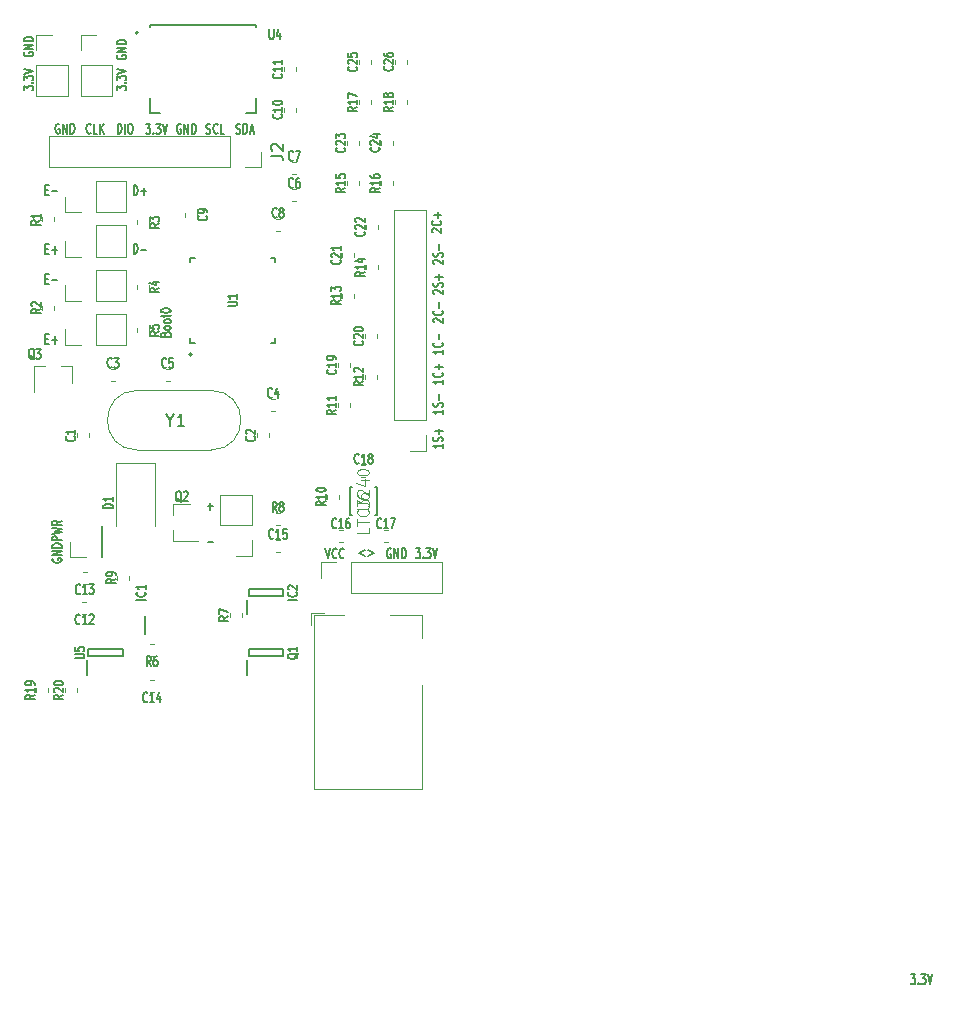
<source format=gbr>
G04 #@! TF.GenerationSoftware,KiCad,Pcbnew,5.1.6+dfsg1-1~bpo10+1*
G04 #@! TF.CreationDate,2020-07-18T15:25:44-05:00*
G04 #@! TF.ProjectId,EncoderBoard2,456e636f-6465-4724-926f-617264322e6b,v1.0*
G04 #@! TF.SameCoordinates,Original*
G04 #@! TF.FileFunction,Legend,Top*
G04 #@! TF.FilePolarity,Positive*
%FSLAX46Y46*%
G04 Gerber Fmt 4.6, Leading zero omitted, Abs format (unit mm)*
G04 Created by KiCad (PCBNEW 5.1.6+dfsg1-1~bpo10+1) date 2020-07-18 15:25:44*
%MOMM*%
%LPD*%
G01*
G04 APERTURE LIST*
%ADD10C,0.152400*%
%ADD11C,0.120000*%
%ADD12C,0.127000*%
%ADD13C,0.200000*%
%ADD14C,0.150000*%
%ADD15C,0.050000*%
G04 APERTURE END LIST*
D10*
X107612542Y-96672400D02*
X107554485Y-96633695D01*
X107467400Y-96633695D01*
X107380314Y-96672400D01*
X107322257Y-96749809D01*
X107293228Y-96827219D01*
X107264200Y-96982038D01*
X107264200Y-97098152D01*
X107293228Y-97252971D01*
X107322257Y-97330380D01*
X107380314Y-97407790D01*
X107467400Y-97446495D01*
X107525457Y-97446495D01*
X107612542Y-97407790D01*
X107641571Y-97369085D01*
X107641571Y-97098152D01*
X107525457Y-97098152D01*
X107902828Y-97446495D02*
X107902828Y-96633695D01*
X108251171Y-97446495D01*
X108251171Y-96633695D01*
X108541457Y-97446495D02*
X108541457Y-96633695D01*
X108686600Y-96633695D01*
X108773685Y-96672400D01*
X108831742Y-96749809D01*
X108860771Y-96827219D01*
X108889800Y-96982038D01*
X108889800Y-97098152D01*
X108860771Y-97252971D01*
X108831742Y-97330380D01*
X108773685Y-97407790D01*
X108686600Y-97446495D01*
X108541457Y-97446495D01*
X107035600Y-133426200D02*
X106996895Y-133484257D01*
X106996895Y-133571342D01*
X107035600Y-133658428D01*
X107113009Y-133716485D01*
X107190419Y-133745514D01*
X107345238Y-133774542D01*
X107461352Y-133774542D01*
X107616171Y-133745514D01*
X107693580Y-133716485D01*
X107770990Y-133658428D01*
X107809695Y-133571342D01*
X107809695Y-133513285D01*
X107770990Y-133426200D01*
X107732285Y-133397171D01*
X107461352Y-133397171D01*
X107461352Y-133513285D01*
X107809695Y-133135914D02*
X106996895Y-133135914D01*
X107809695Y-132787571D01*
X106996895Y-132787571D01*
X107809695Y-132497285D02*
X106996895Y-132497285D01*
X106996895Y-132352142D01*
X107035600Y-132265057D01*
X107113009Y-132207000D01*
X107190419Y-132177971D01*
X107345238Y-132148942D01*
X107461352Y-132148942D01*
X107616171Y-132177971D01*
X107693580Y-132207000D01*
X107770990Y-132265057D01*
X107809695Y-132352142D01*
X107809695Y-132497285D01*
X107809695Y-131887685D02*
X106996895Y-131887685D01*
X106996895Y-131655457D01*
X107035600Y-131597400D01*
X107074304Y-131568371D01*
X107151714Y-131539342D01*
X107267828Y-131539342D01*
X107345238Y-131568371D01*
X107383942Y-131597400D01*
X107422647Y-131655457D01*
X107422647Y-131887685D01*
X106996895Y-131336142D02*
X107809695Y-131191000D01*
X107229123Y-131074885D01*
X107809695Y-130958771D01*
X106996895Y-130813628D01*
X107809695Y-130233057D02*
X107422647Y-130436257D01*
X107809695Y-130581400D02*
X106996895Y-130581400D01*
X106996895Y-130349171D01*
X107035600Y-130291114D01*
X107074304Y-130262085D01*
X107151714Y-130233057D01*
X107267828Y-130233057D01*
X107345238Y-130262085D01*
X107383942Y-130291114D01*
X107422647Y-130349171D01*
X107422647Y-130581400D01*
X112496600Y-90812257D02*
X112457895Y-90870314D01*
X112457895Y-90957400D01*
X112496600Y-91044485D01*
X112574009Y-91102542D01*
X112651419Y-91131571D01*
X112806238Y-91160600D01*
X112922352Y-91160600D01*
X113077171Y-91131571D01*
X113154580Y-91102542D01*
X113231990Y-91044485D01*
X113270695Y-90957400D01*
X113270695Y-90899342D01*
X113231990Y-90812257D01*
X113193285Y-90783228D01*
X112922352Y-90783228D01*
X112922352Y-90899342D01*
X113270695Y-90521971D02*
X112457895Y-90521971D01*
X113270695Y-90173628D01*
X112457895Y-90173628D01*
X113270695Y-89883342D02*
X112457895Y-89883342D01*
X112457895Y-89738200D01*
X112496600Y-89651114D01*
X112574009Y-89593057D01*
X112651419Y-89564028D01*
X112806238Y-89535000D01*
X112922352Y-89535000D01*
X113077171Y-89564028D01*
X113154580Y-89593057D01*
X113231990Y-89651114D01*
X113270695Y-89738200D01*
X113270695Y-89883342D01*
X104622600Y-90558257D02*
X104583895Y-90616314D01*
X104583895Y-90703400D01*
X104622600Y-90790485D01*
X104700009Y-90848542D01*
X104777419Y-90877571D01*
X104932238Y-90906600D01*
X105048352Y-90906600D01*
X105203171Y-90877571D01*
X105280580Y-90848542D01*
X105357990Y-90790485D01*
X105396695Y-90703400D01*
X105396695Y-90645342D01*
X105357990Y-90558257D01*
X105319285Y-90529228D01*
X105048352Y-90529228D01*
X105048352Y-90645342D01*
X105396695Y-90267971D02*
X104583895Y-90267971D01*
X105396695Y-89919628D01*
X104583895Y-89919628D01*
X105396695Y-89629342D02*
X104583895Y-89629342D01*
X104583895Y-89484200D01*
X104622600Y-89397114D01*
X104700009Y-89339057D01*
X104777419Y-89310028D01*
X104932238Y-89281000D01*
X105048352Y-89281000D01*
X105203171Y-89310028D01*
X105280580Y-89339057D01*
X105357990Y-89397114D01*
X105396695Y-89484200D01*
X105396695Y-89629342D01*
X104583895Y-93787685D02*
X104583895Y-93410314D01*
X104893533Y-93613514D01*
X104893533Y-93526428D01*
X104932238Y-93468371D01*
X104970942Y-93439342D01*
X105048352Y-93410314D01*
X105241876Y-93410314D01*
X105319285Y-93439342D01*
X105357990Y-93468371D01*
X105396695Y-93526428D01*
X105396695Y-93700600D01*
X105357990Y-93758657D01*
X105319285Y-93787685D01*
X105319285Y-93149057D02*
X105357990Y-93120028D01*
X105396695Y-93149057D01*
X105357990Y-93178085D01*
X105319285Y-93149057D01*
X105396695Y-93149057D01*
X104583895Y-92916828D02*
X104583895Y-92539457D01*
X104893533Y-92742657D01*
X104893533Y-92655571D01*
X104932238Y-92597514D01*
X104970942Y-92568485D01*
X105048352Y-92539457D01*
X105241876Y-92539457D01*
X105319285Y-92568485D01*
X105357990Y-92597514D01*
X105396695Y-92655571D01*
X105396695Y-92829742D01*
X105357990Y-92887800D01*
X105319285Y-92916828D01*
X104583895Y-92365285D02*
X105396695Y-92162085D01*
X104583895Y-91958885D01*
X112457895Y-93787685D02*
X112457895Y-93410314D01*
X112767533Y-93613514D01*
X112767533Y-93526428D01*
X112806238Y-93468371D01*
X112844942Y-93439342D01*
X112922352Y-93410314D01*
X113115876Y-93410314D01*
X113193285Y-93439342D01*
X113231990Y-93468371D01*
X113270695Y-93526428D01*
X113270695Y-93700600D01*
X113231990Y-93758657D01*
X113193285Y-93787685D01*
X113193285Y-93149057D02*
X113231990Y-93120028D01*
X113270695Y-93149057D01*
X113231990Y-93178085D01*
X113193285Y-93149057D01*
X113270695Y-93149057D01*
X112457895Y-92916828D02*
X112457895Y-92539457D01*
X112767533Y-92742657D01*
X112767533Y-92655571D01*
X112806238Y-92597514D01*
X112844942Y-92568485D01*
X112922352Y-92539457D01*
X113115876Y-92539457D01*
X113193285Y-92568485D01*
X113231990Y-92597514D01*
X113270695Y-92655571D01*
X113270695Y-92829742D01*
X113231990Y-92887800D01*
X113193285Y-92916828D01*
X112457895Y-92365285D02*
X113270695Y-92162085D01*
X112457895Y-91958885D01*
X179694114Y-168642695D02*
X180071485Y-168642695D01*
X179868285Y-168952333D01*
X179955371Y-168952333D01*
X180013428Y-168991038D01*
X180042457Y-169029742D01*
X180071485Y-169107152D01*
X180071485Y-169300676D01*
X180042457Y-169378085D01*
X180013428Y-169416790D01*
X179955371Y-169455495D01*
X179781200Y-169455495D01*
X179723142Y-169416790D01*
X179694114Y-169378085D01*
X180332742Y-169378085D02*
X180361771Y-169416790D01*
X180332742Y-169455495D01*
X180303714Y-169416790D01*
X180332742Y-169378085D01*
X180332742Y-169455495D01*
X180564971Y-168642695D02*
X180942342Y-168642695D01*
X180739142Y-168952333D01*
X180826228Y-168952333D01*
X180884285Y-168991038D01*
X180913314Y-169029742D01*
X180942342Y-169107152D01*
X180942342Y-169300676D01*
X180913314Y-169378085D01*
X180884285Y-169416790D01*
X180826228Y-169455495D01*
X180652057Y-169455495D01*
X180594000Y-169416790D01*
X180564971Y-169378085D01*
X181116514Y-168642695D02*
X181319714Y-169455495D01*
X181522914Y-168642695D01*
X139205304Y-105809142D02*
X139166600Y-105780114D01*
X139127895Y-105722057D01*
X139127895Y-105576914D01*
X139166600Y-105518857D01*
X139205304Y-105489828D01*
X139282714Y-105460800D01*
X139360123Y-105460800D01*
X139476238Y-105489828D01*
X139940695Y-105838171D01*
X139940695Y-105460800D01*
X139863285Y-104851200D02*
X139901990Y-104880228D01*
X139940695Y-104967314D01*
X139940695Y-105025371D01*
X139901990Y-105112457D01*
X139824580Y-105170514D01*
X139747171Y-105199542D01*
X139592352Y-105228571D01*
X139476238Y-105228571D01*
X139321419Y-105199542D01*
X139244009Y-105170514D01*
X139166600Y-105112457D01*
X139127895Y-105025371D01*
X139127895Y-104967314D01*
X139166600Y-104880228D01*
X139205304Y-104851200D01*
X139631057Y-104589942D02*
X139631057Y-104125485D01*
X139940695Y-104357714D02*
X139321419Y-104357714D01*
X139332304Y-108461628D02*
X139293600Y-108432600D01*
X139254895Y-108374542D01*
X139254895Y-108229400D01*
X139293600Y-108171342D01*
X139332304Y-108142314D01*
X139409714Y-108113285D01*
X139487123Y-108113285D01*
X139603238Y-108142314D01*
X140067695Y-108490657D01*
X140067695Y-108113285D01*
X140028990Y-107881057D02*
X140067695Y-107793971D01*
X140067695Y-107648828D01*
X140028990Y-107590771D01*
X139990285Y-107561742D01*
X139912876Y-107532714D01*
X139835466Y-107532714D01*
X139758057Y-107561742D01*
X139719352Y-107590771D01*
X139680647Y-107648828D01*
X139641942Y-107764942D01*
X139603238Y-107823000D01*
X139564533Y-107852028D01*
X139487123Y-107881057D01*
X139409714Y-107881057D01*
X139332304Y-107852028D01*
X139293600Y-107823000D01*
X139254895Y-107764942D01*
X139254895Y-107619800D01*
X139293600Y-107532714D01*
X139758057Y-107271457D02*
X139758057Y-106807000D01*
X139332304Y-111001628D02*
X139293600Y-110972600D01*
X139254895Y-110914542D01*
X139254895Y-110769400D01*
X139293600Y-110711342D01*
X139332304Y-110682314D01*
X139409714Y-110653285D01*
X139487123Y-110653285D01*
X139603238Y-110682314D01*
X140067695Y-111030657D01*
X140067695Y-110653285D01*
X140028990Y-110421057D02*
X140067695Y-110333971D01*
X140067695Y-110188828D01*
X140028990Y-110130771D01*
X139990285Y-110101742D01*
X139912876Y-110072714D01*
X139835466Y-110072714D01*
X139758057Y-110101742D01*
X139719352Y-110130771D01*
X139680647Y-110188828D01*
X139641942Y-110304942D01*
X139603238Y-110363000D01*
X139564533Y-110392028D01*
X139487123Y-110421057D01*
X139409714Y-110421057D01*
X139332304Y-110392028D01*
X139293600Y-110363000D01*
X139254895Y-110304942D01*
X139254895Y-110159800D01*
X139293600Y-110072714D01*
X139758057Y-109811457D02*
X139758057Y-109347000D01*
X140067695Y-109579228D02*
X139448419Y-109579228D01*
X139332304Y-113429142D02*
X139293600Y-113400114D01*
X139254895Y-113342057D01*
X139254895Y-113196914D01*
X139293600Y-113138857D01*
X139332304Y-113109828D01*
X139409714Y-113080800D01*
X139487123Y-113080800D01*
X139603238Y-113109828D01*
X140067695Y-113458171D01*
X140067695Y-113080800D01*
X139990285Y-112471200D02*
X140028990Y-112500228D01*
X140067695Y-112587314D01*
X140067695Y-112645371D01*
X140028990Y-112732457D01*
X139951580Y-112790514D01*
X139874171Y-112819542D01*
X139719352Y-112848571D01*
X139603238Y-112848571D01*
X139448419Y-112819542D01*
X139371009Y-112790514D01*
X139293600Y-112732457D01*
X139254895Y-112645371D01*
X139254895Y-112587314D01*
X139293600Y-112500228D01*
X139332304Y-112471200D01*
X139758057Y-112209942D02*
X139758057Y-111745485D01*
X140067695Y-115747800D02*
X140067695Y-116096142D01*
X140067695Y-115921971D02*
X139254895Y-115921971D01*
X139371009Y-115980028D01*
X139448419Y-116038085D01*
X139487123Y-116096142D01*
X139990285Y-115138200D02*
X140028990Y-115167228D01*
X140067695Y-115254314D01*
X140067695Y-115312371D01*
X140028990Y-115399457D01*
X139951580Y-115457514D01*
X139874171Y-115486542D01*
X139719352Y-115515571D01*
X139603238Y-115515571D01*
X139448419Y-115486542D01*
X139371009Y-115457514D01*
X139293600Y-115399457D01*
X139254895Y-115312371D01*
X139254895Y-115254314D01*
X139293600Y-115167228D01*
X139332304Y-115138200D01*
X139758057Y-114876942D02*
X139758057Y-114412485D01*
X140067695Y-118287800D02*
X140067695Y-118636142D01*
X140067695Y-118461971D02*
X139254895Y-118461971D01*
X139371009Y-118520028D01*
X139448419Y-118578085D01*
X139487123Y-118636142D01*
X139990285Y-117678200D02*
X140028990Y-117707228D01*
X140067695Y-117794314D01*
X140067695Y-117852371D01*
X140028990Y-117939457D01*
X139951580Y-117997514D01*
X139874171Y-118026542D01*
X139719352Y-118055571D01*
X139603238Y-118055571D01*
X139448419Y-118026542D01*
X139371009Y-117997514D01*
X139293600Y-117939457D01*
X139254895Y-117852371D01*
X139254895Y-117794314D01*
X139293600Y-117707228D01*
X139332304Y-117678200D01*
X139758057Y-117416942D02*
X139758057Y-116952485D01*
X140067695Y-117184714D02*
X139448419Y-117184714D01*
X140067695Y-120813285D02*
X140067695Y-121161628D01*
X140067695Y-120987457D02*
X139254895Y-120987457D01*
X139371009Y-121045514D01*
X139448419Y-121103571D01*
X139487123Y-121161628D01*
X140028990Y-120581057D02*
X140067695Y-120493971D01*
X140067695Y-120348828D01*
X140028990Y-120290771D01*
X139990285Y-120261742D01*
X139912876Y-120232714D01*
X139835466Y-120232714D01*
X139758057Y-120261742D01*
X139719352Y-120290771D01*
X139680647Y-120348828D01*
X139641942Y-120464942D01*
X139603238Y-120523000D01*
X139564533Y-120552028D01*
X139487123Y-120581057D01*
X139409714Y-120581057D01*
X139332304Y-120552028D01*
X139293600Y-120523000D01*
X139254895Y-120464942D01*
X139254895Y-120319800D01*
X139293600Y-120232714D01*
X139758057Y-119971457D02*
X139758057Y-119507000D01*
X140067695Y-123734285D02*
X140067695Y-124082628D01*
X140067695Y-123908457D02*
X139254895Y-123908457D01*
X139371009Y-123966514D01*
X139448419Y-124024571D01*
X139487123Y-124082628D01*
X140028990Y-123502057D02*
X140067695Y-123414971D01*
X140067695Y-123269828D01*
X140028990Y-123211771D01*
X139990285Y-123182742D01*
X139912876Y-123153714D01*
X139835466Y-123153714D01*
X139758057Y-123182742D01*
X139719352Y-123211771D01*
X139680647Y-123269828D01*
X139641942Y-123385942D01*
X139603238Y-123444000D01*
X139564533Y-123473028D01*
X139487123Y-123502057D01*
X139409714Y-123502057D01*
X139332304Y-123473028D01*
X139293600Y-123444000D01*
X139254895Y-123385942D01*
X139254895Y-123240800D01*
X139293600Y-123153714D01*
X139758057Y-122892457D02*
X139758057Y-122428000D01*
X140067695Y-122660228D02*
X139448419Y-122660228D01*
X116591442Y-114434257D02*
X116630147Y-114347171D01*
X116668852Y-114318142D01*
X116746261Y-114289114D01*
X116862376Y-114289114D01*
X116939785Y-114318142D01*
X116978490Y-114347171D01*
X117017195Y-114405228D01*
X117017195Y-114637457D01*
X116204395Y-114637457D01*
X116204395Y-114434257D01*
X116243100Y-114376200D01*
X116281804Y-114347171D01*
X116359214Y-114318142D01*
X116436623Y-114318142D01*
X116514033Y-114347171D01*
X116552738Y-114376200D01*
X116591442Y-114434257D01*
X116591442Y-114637457D01*
X117017195Y-113940771D02*
X116978490Y-113998828D01*
X116939785Y-114027857D01*
X116862376Y-114056885D01*
X116630147Y-114056885D01*
X116552738Y-114027857D01*
X116514033Y-113998828D01*
X116475328Y-113940771D01*
X116475328Y-113853685D01*
X116514033Y-113795628D01*
X116552738Y-113766600D01*
X116630147Y-113737571D01*
X116862376Y-113737571D01*
X116939785Y-113766600D01*
X116978490Y-113795628D01*
X117017195Y-113853685D01*
X117017195Y-113940771D01*
X117017195Y-113389228D02*
X116978490Y-113447285D01*
X116939785Y-113476314D01*
X116862376Y-113505342D01*
X116630147Y-113505342D01*
X116552738Y-113476314D01*
X116514033Y-113447285D01*
X116475328Y-113389228D01*
X116475328Y-113302142D01*
X116514033Y-113244085D01*
X116552738Y-113215057D01*
X116630147Y-113186028D01*
X116862376Y-113186028D01*
X116939785Y-113215057D01*
X116978490Y-113244085D01*
X117017195Y-113302142D01*
X117017195Y-113389228D01*
X116475328Y-113011857D02*
X116475328Y-112779628D01*
X116204395Y-112924771D02*
X116901080Y-112924771D01*
X116978490Y-112895742D01*
X117017195Y-112837685D01*
X117017195Y-112779628D01*
X116204395Y-112460314D02*
X116204395Y-112402257D01*
X116243100Y-112344200D01*
X116281804Y-112315171D01*
X116359214Y-112286142D01*
X116514033Y-112257114D01*
X116707557Y-112257114D01*
X116862376Y-112286142D01*
X116939785Y-112315171D01*
X116978490Y-112344200D01*
X117017195Y-112402257D01*
X117017195Y-112460314D01*
X116978490Y-112518371D01*
X116939785Y-112547400D01*
X116862376Y-112576428D01*
X116707557Y-112605457D01*
X116514033Y-112605457D01*
X116359214Y-112576428D01*
X116281804Y-112547400D01*
X116243100Y-112518371D01*
X116204395Y-112460314D01*
X113889971Y-107606495D02*
X113889971Y-106793695D01*
X114035114Y-106793695D01*
X114122200Y-106832400D01*
X114180257Y-106909809D01*
X114209285Y-106987219D01*
X114238314Y-107142038D01*
X114238314Y-107258152D01*
X114209285Y-107412971D01*
X114180257Y-107490380D01*
X114122200Y-107567790D01*
X114035114Y-107606495D01*
X113889971Y-107606495D01*
X114499571Y-107296857D02*
X114964028Y-107296857D01*
X113889971Y-102653495D02*
X113889971Y-101840695D01*
X114035114Y-101840695D01*
X114122200Y-101879400D01*
X114180257Y-101956809D01*
X114209285Y-102034219D01*
X114238314Y-102189038D01*
X114238314Y-102305152D01*
X114209285Y-102459971D01*
X114180257Y-102537380D01*
X114122200Y-102614790D01*
X114035114Y-102653495D01*
X113889971Y-102653495D01*
X114499571Y-102343857D02*
X114964028Y-102343857D01*
X114731800Y-102653495D02*
X114731800Y-102034219D01*
X106426000Y-114800742D02*
X106629200Y-114800742D01*
X106716285Y-115226495D02*
X106426000Y-115226495D01*
X106426000Y-114413695D01*
X106716285Y-114413695D01*
X106977542Y-114916857D02*
X107442000Y-114916857D01*
X107209771Y-115226495D02*
X107209771Y-114607219D01*
X106426000Y-109720742D02*
X106629200Y-109720742D01*
X106716285Y-110146495D02*
X106426000Y-110146495D01*
X106426000Y-109333695D01*
X106716285Y-109333695D01*
X106977542Y-109836857D02*
X107442000Y-109836857D01*
X106426000Y-102227742D02*
X106629200Y-102227742D01*
X106716285Y-102653495D02*
X106426000Y-102653495D01*
X106426000Y-101840695D01*
X106716285Y-101840695D01*
X106977542Y-102343857D02*
X107442000Y-102343857D01*
X106426000Y-107180742D02*
X106629200Y-107180742D01*
X106716285Y-107606495D02*
X106426000Y-107606495D01*
X106426000Y-106793695D01*
X106716285Y-106793695D01*
X106977542Y-107296857D02*
X107442000Y-107296857D01*
X107209771Y-107606495D02*
X107209771Y-106987219D01*
X133458857Y-132718628D02*
X132994400Y-132950857D01*
X133458857Y-133183085D01*
X133749142Y-132718628D02*
X134213600Y-132950857D01*
X133749142Y-133183085D01*
X122576771Y-97407790D02*
X122663857Y-97446495D01*
X122809000Y-97446495D01*
X122867057Y-97407790D01*
X122896085Y-97369085D01*
X122925114Y-97291676D01*
X122925114Y-97214266D01*
X122896085Y-97136857D01*
X122867057Y-97098152D01*
X122809000Y-97059447D01*
X122692885Y-97020742D01*
X122634828Y-96982038D01*
X122605800Y-96943333D01*
X122576771Y-96865923D01*
X122576771Y-96788514D01*
X122605800Y-96711104D01*
X122634828Y-96672400D01*
X122692885Y-96633695D01*
X122838028Y-96633695D01*
X122925114Y-96672400D01*
X123186371Y-97446495D02*
X123186371Y-96633695D01*
X123331514Y-96633695D01*
X123418600Y-96672400D01*
X123476657Y-96749809D01*
X123505685Y-96827219D01*
X123534714Y-96982038D01*
X123534714Y-97098152D01*
X123505685Y-97252971D01*
X123476657Y-97330380D01*
X123418600Y-97407790D01*
X123331514Y-97446495D01*
X123186371Y-97446495D01*
X123766942Y-97214266D02*
X124057228Y-97214266D01*
X123708885Y-97446495D02*
X123912085Y-96633695D01*
X124115285Y-97446495D01*
X120051285Y-97407790D02*
X120138371Y-97446495D01*
X120283514Y-97446495D01*
X120341571Y-97407790D01*
X120370600Y-97369085D01*
X120399628Y-97291676D01*
X120399628Y-97214266D01*
X120370600Y-97136857D01*
X120341571Y-97098152D01*
X120283514Y-97059447D01*
X120167400Y-97020742D01*
X120109342Y-96982038D01*
X120080314Y-96943333D01*
X120051285Y-96865923D01*
X120051285Y-96788514D01*
X120080314Y-96711104D01*
X120109342Y-96672400D01*
X120167400Y-96633695D01*
X120312542Y-96633695D01*
X120399628Y-96672400D01*
X121009228Y-97369085D02*
X120980200Y-97407790D01*
X120893114Y-97446495D01*
X120835057Y-97446495D01*
X120747971Y-97407790D01*
X120689914Y-97330380D01*
X120660885Y-97252971D01*
X120631857Y-97098152D01*
X120631857Y-96982038D01*
X120660885Y-96827219D01*
X120689914Y-96749809D01*
X120747971Y-96672400D01*
X120835057Y-96633695D01*
X120893114Y-96633695D01*
X120980200Y-96672400D01*
X121009228Y-96711104D01*
X121560771Y-97446495D02*
X121270485Y-97446495D01*
X121270485Y-96633695D01*
X117899542Y-96672400D02*
X117841485Y-96633695D01*
X117754400Y-96633695D01*
X117667314Y-96672400D01*
X117609257Y-96749809D01*
X117580228Y-96827219D01*
X117551200Y-96982038D01*
X117551200Y-97098152D01*
X117580228Y-97252971D01*
X117609257Y-97330380D01*
X117667314Y-97407790D01*
X117754400Y-97446495D01*
X117812457Y-97446495D01*
X117899542Y-97407790D01*
X117928571Y-97369085D01*
X117928571Y-97098152D01*
X117812457Y-97098152D01*
X118189828Y-97446495D02*
X118189828Y-96633695D01*
X118538171Y-97446495D01*
X118538171Y-96633695D01*
X118828457Y-97446495D02*
X118828457Y-96633695D01*
X118973600Y-96633695D01*
X119060685Y-96672400D01*
X119118742Y-96749809D01*
X119147771Y-96827219D01*
X119176800Y-96982038D01*
X119176800Y-97098152D01*
X119147771Y-97252971D01*
X119118742Y-97330380D01*
X119060685Y-97407790D01*
X118973600Y-97446495D01*
X118828457Y-97446495D01*
X114924114Y-96633695D02*
X115301485Y-96633695D01*
X115098285Y-96943333D01*
X115185371Y-96943333D01*
X115243428Y-96982038D01*
X115272457Y-97020742D01*
X115301485Y-97098152D01*
X115301485Y-97291676D01*
X115272457Y-97369085D01*
X115243428Y-97407790D01*
X115185371Y-97446495D01*
X115011200Y-97446495D01*
X114953142Y-97407790D01*
X114924114Y-97369085D01*
X115562742Y-97369085D02*
X115591771Y-97407790D01*
X115562742Y-97446495D01*
X115533714Y-97407790D01*
X115562742Y-97369085D01*
X115562742Y-97446495D01*
X115794971Y-96633695D02*
X116172342Y-96633695D01*
X115969142Y-96943333D01*
X116056228Y-96943333D01*
X116114285Y-96982038D01*
X116143314Y-97020742D01*
X116172342Y-97098152D01*
X116172342Y-97291676D01*
X116143314Y-97369085D01*
X116114285Y-97407790D01*
X116056228Y-97446495D01*
X115882057Y-97446495D01*
X115824000Y-97407790D01*
X115794971Y-97369085D01*
X116346514Y-96633695D02*
X116549714Y-97446495D01*
X116752914Y-96633695D01*
X112532885Y-97446495D02*
X112532885Y-96633695D01*
X112678028Y-96633695D01*
X112765114Y-96672400D01*
X112823171Y-96749809D01*
X112852200Y-96827219D01*
X112881228Y-96982038D01*
X112881228Y-97098152D01*
X112852200Y-97252971D01*
X112823171Y-97330380D01*
X112765114Y-97407790D01*
X112678028Y-97446495D01*
X112532885Y-97446495D01*
X113142485Y-97446495D02*
X113142485Y-96633695D01*
X113548885Y-96633695D02*
X113665000Y-96633695D01*
X113723057Y-96672400D01*
X113781114Y-96749809D01*
X113810142Y-96904628D01*
X113810142Y-97175561D01*
X113781114Y-97330380D01*
X113723057Y-97407790D01*
X113665000Y-97446495D01*
X113548885Y-97446495D01*
X113490828Y-97407790D01*
X113432771Y-97330380D01*
X113403742Y-97175561D01*
X113403742Y-96904628D01*
X113432771Y-96749809D01*
X113490828Y-96672400D01*
X113548885Y-96633695D01*
X110254142Y-97369085D02*
X110225114Y-97407790D01*
X110138028Y-97446495D01*
X110079971Y-97446495D01*
X109992885Y-97407790D01*
X109934828Y-97330380D01*
X109905800Y-97252971D01*
X109876771Y-97098152D01*
X109876771Y-96982038D01*
X109905800Y-96827219D01*
X109934828Y-96749809D01*
X109992885Y-96672400D01*
X110079971Y-96633695D01*
X110138028Y-96633695D01*
X110225114Y-96672400D01*
X110254142Y-96711104D01*
X110805685Y-97446495D02*
X110515400Y-97446495D01*
X110515400Y-96633695D01*
X111008885Y-97446495D02*
X111008885Y-96633695D01*
X111357228Y-97446495D02*
X111095971Y-96982038D01*
X111357228Y-96633695D02*
X111008885Y-97098152D01*
X137784114Y-132574695D02*
X138161485Y-132574695D01*
X137958285Y-132884333D01*
X138045371Y-132884333D01*
X138103428Y-132923038D01*
X138132457Y-132961742D01*
X138161485Y-133039152D01*
X138161485Y-133232676D01*
X138132457Y-133310085D01*
X138103428Y-133348790D01*
X138045371Y-133387495D01*
X137871200Y-133387495D01*
X137813142Y-133348790D01*
X137784114Y-133310085D01*
X138422742Y-133310085D02*
X138451771Y-133348790D01*
X138422742Y-133387495D01*
X138393714Y-133348790D01*
X138422742Y-133310085D01*
X138422742Y-133387495D01*
X138654971Y-132574695D02*
X139032342Y-132574695D01*
X138829142Y-132884333D01*
X138916228Y-132884333D01*
X138974285Y-132923038D01*
X139003314Y-132961742D01*
X139032342Y-133039152D01*
X139032342Y-133232676D01*
X139003314Y-133310085D01*
X138974285Y-133348790D01*
X138916228Y-133387495D01*
X138742057Y-133387495D01*
X138684000Y-133348790D01*
X138654971Y-133310085D01*
X139206514Y-132574695D02*
X139409714Y-133387495D01*
X139612914Y-132574695D01*
X135679542Y-132613400D02*
X135621485Y-132574695D01*
X135534400Y-132574695D01*
X135447314Y-132613400D01*
X135389257Y-132690809D01*
X135360228Y-132768219D01*
X135331200Y-132923038D01*
X135331200Y-133039152D01*
X135360228Y-133193971D01*
X135389257Y-133271380D01*
X135447314Y-133348790D01*
X135534400Y-133387495D01*
X135592457Y-133387495D01*
X135679542Y-133348790D01*
X135708571Y-133310085D01*
X135708571Y-133039152D01*
X135592457Y-133039152D01*
X135969828Y-133387495D02*
X135969828Y-132574695D01*
X136318171Y-133387495D01*
X136318171Y-132574695D01*
X136608457Y-133387495D02*
X136608457Y-132574695D01*
X136753600Y-132574695D01*
X136840685Y-132613400D01*
X136898742Y-132690809D01*
X136927771Y-132768219D01*
X136956800Y-132923038D01*
X136956800Y-133039152D01*
X136927771Y-133193971D01*
X136898742Y-133271380D01*
X136840685Y-133348790D01*
X136753600Y-133387495D01*
X136608457Y-133387495D01*
X130124200Y-132574695D02*
X130327400Y-133387495D01*
X130530600Y-132574695D01*
X131082142Y-133310085D02*
X131053114Y-133348790D01*
X130966028Y-133387495D01*
X130907971Y-133387495D01*
X130820885Y-133348790D01*
X130762828Y-133271380D01*
X130733800Y-133193971D01*
X130704771Y-133039152D01*
X130704771Y-132923038D01*
X130733800Y-132768219D01*
X130762828Y-132690809D01*
X130820885Y-132613400D01*
X130907971Y-132574695D01*
X130966028Y-132574695D01*
X131053114Y-132613400D01*
X131082142Y-132652104D01*
X131691742Y-133310085D02*
X131662714Y-133348790D01*
X131575628Y-133387495D01*
X131517571Y-133387495D01*
X131430485Y-133348790D01*
X131372428Y-133271380D01*
X131343400Y-133193971D01*
X131314371Y-133039152D01*
X131314371Y-132923038D01*
X131343400Y-132768219D01*
X131372428Y-132690809D01*
X131430485Y-132613400D01*
X131517571Y-132574695D01*
X131575628Y-132574695D01*
X131662714Y-132613400D01*
X131691742Y-132652104D01*
X120163771Y-132061857D02*
X120628228Y-132061857D01*
X120163771Y-129013857D02*
X120628228Y-129013857D01*
X120396000Y-129323495D02*
X120396000Y-128704219D01*
D11*
X124647000Y-98983800D02*
X124647000Y-100313800D01*
X124647000Y-100313800D02*
X123317000Y-100313800D01*
X122047000Y-100313800D02*
X106747000Y-100313800D01*
X106747000Y-97653800D02*
X106747000Y-100313800D01*
X122047000Y-97653800D02*
X106747000Y-97653800D01*
X122047000Y-97653800D02*
X122047000Y-100313800D01*
X108080500Y-104123800D02*
X108080500Y-102793800D01*
X110680500Y-101463800D02*
X113280500Y-101463800D01*
X110680500Y-104123800D02*
X113280500Y-104123800D01*
X110680500Y-104123800D02*
X110680500Y-101463800D01*
X109410500Y-104123800D02*
X108080500Y-104123800D01*
X113280500Y-104123800D02*
X113280500Y-101463800D01*
X113280500Y-107870300D02*
X113280500Y-105210300D01*
X110680500Y-107870300D02*
X113280500Y-107870300D01*
X110680500Y-105210300D02*
X113280500Y-105210300D01*
X110680500Y-107870300D02*
X110680500Y-105210300D01*
X109410500Y-107870300D02*
X108080500Y-107870300D01*
X108080500Y-107870300D02*
X108080500Y-106540300D01*
X108080500Y-111616800D02*
X108080500Y-110286800D01*
X110680500Y-108956800D02*
X113280500Y-108956800D01*
X110680500Y-111616800D02*
X113280500Y-111616800D01*
X110680500Y-111616800D02*
X110680500Y-108956800D01*
X109410500Y-111616800D02*
X108080500Y-111616800D01*
X113280500Y-111616800D02*
X113280500Y-108956800D01*
X113280500Y-115363300D02*
X113280500Y-112703300D01*
X110680500Y-115363300D02*
X113280500Y-115363300D01*
X110680500Y-112703300D02*
X113280500Y-112703300D01*
X110680500Y-115363300D02*
X110680500Y-112703300D01*
X109410500Y-115363300D02*
X108080500Y-115363300D01*
X108080500Y-115363300D02*
X108080500Y-114033300D01*
X114171000Y-105124067D02*
X114171000Y-104781533D01*
X115191000Y-105124067D02*
X115191000Y-104781533D01*
X118235000Y-104146533D02*
X118235000Y-104489067D01*
X119255000Y-104146533D02*
X119255000Y-104489067D01*
X138617000Y-124316800D02*
X137287000Y-124316800D01*
X138617000Y-122986800D02*
X138617000Y-124316800D01*
X138617000Y-121716800D02*
X135957000Y-121716800D01*
X135957000Y-121716800D02*
X135957000Y-103876800D01*
X138617000Y-121716800D02*
X138617000Y-103876800D01*
X138617000Y-103876800D02*
X135957000Y-103876800D01*
X132590000Y-111004533D02*
X132590000Y-111347067D01*
X131570000Y-111004533D02*
X131570000Y-111347067D01*
X134622000Y-108591533D02*
X134622000Y-108934067D01*
X133602000Y-108591533D02*
X133602000Y-108934067D01*
X132971000Y-101479533D02*
X132971000Y-101822067D01*
X131951000Y-101479533D02*
X131951000Y-101822067D01*
X135892000Y-101479533D02*
X135892000Y-101822067D01*
X134872000Y-101479533D02*
X134872000Y-101822067D01*
X137035000Y-94621533D02*
X137035000Y-94964067D01*
X136015000Y-94621533D02*
X136015000Y-94964067D01*
X133987000Y-94621533D02*
X133987000Y-94964067D01*
X132967000Y-94621533D02*
X132967000Y-94964067D01*
X132209000Y-120275533D02*
X132209000Y-120618067D01*
X131189000Y-120275533D02*
X131189000Y-120618067D01*
X133602000Y-105176533D02*
X133602000Y-105519067D01*
X134622000Y-105176533D02*
X134622000Y-105519067D01*
X134495000Y-117862533D02*
X134495000Y-118205067D01*
X133475000Y-117862533D02*
X133475000Y-118205067D01*
X133475000Y-114447533D02*
X133475000Y-114790067D01*
X134495000Y-114447533D02*
X134495000Y-114790067D01*
X131570000Y-107589533D02*
X131570000Y-107932067D01*
X132590000Y-107589533D02*
X132590000Y-107932067D01*
X131951000Y-98064533D02*
X131951000Y-98407067D01*
X132971000Y-98064533D02*
X132971000Y-98407067D01*
X132967000Y-91206533D02*
X132967000Y-91549067D01*
X133987000Y-91206533D02*
X133987000Y-91549067D01*
X134872000Y-98064533D02*
X134872000Y-98407067D01*
X135892000Y-98064533D02*
X135892000Y-98407067D01*
X131189000Y-116860533D02*
X131189000Y-117203067D01*
X132209000Y-116860533D02*
X132209000Y-117203067D01*
X136015000Y-91206533D02*
X136015000Y-91549067D01*
X137035000Y-91206533D02*
X137035000Y-91549067D01*
X135083733Y-132005800D02*
X135426267Y-132005800D01*
X135083733Y-130985800D02*
X135426267Y-130985800D01*
X133178733Y-126544800D02*
X133521267Y-126544800D01*
X133178733Y-125524800D02*
X133521267Y-125524800D01*
X131273733Y-132005800D02*
X131616267Y-132005800D01*
X131273733Y-130985800D02*
X131616267Y-130985800D01*
X130300000Y-128365067D02*
X130300000Y-128022533D01*
X131320000Y-128365067D02*
X131320000Y-128022533D01*
D10*
X132181600Y-129743200D02*
X132359400Y-129743200D01*
X132181600Y-127406400D02*
X132181600Y-129743200D01*
X134518400Y-127406400D02*
X134340600Y-127406400D01*
X134518400Y-129743200D02*
X134518400Y-127406400D01*
X134340600Y-129743200D02*
X134518400Y-129743200D01*
X132359400Y-127406400D02*
X132181600Y-127406400D01*
D11*
X106170000Y-112363067D02*
X106170000Y-112020533D01*
X107190000Y-112363067D02*
X107190000Y-112020533D01*
X106170000Y-104870067D02*
X106170000Y-104527533D01*
X107190000Y-104870067D02*
X107190000Y-104527533D01*
D12*
X118701000Y-114766800D02*
X118701000Y-115156800D01*
X118701000Y-115156800D02*
X119091000Y-115156800D01*
D13*
X118866000Y-116159800D02*
G75*
G03*
X118866000Y-116159800I-150000J0D01*
G01*
D12*
X125511000Y-115156800D02*
X125901000Y-115156800D01*
X125901000Y-115156800D02*
X125901000Y-114766800D01*
X125901000Y-108346800D02*
X125901000Y-107956800D01*
X125901000Y-107956800D02*
X125511000Y-107956800D01*
X119091000Y-107956800D02*
X118701000Y-107956800D01*
X118701000Y-107956800D02*
X118701000Y-108346800D01*
D11*
X114171000Y-110585067D02*
X114171000Y-110242533D01*
X115191000Y-110585067D02*
X115191000Y-110242533D01*
X108641000Y-117146800D02*
X108641000Y-118606800D01*
X105481000Y-117146800D02*
X105481000Y-119306800D01*
X105481000Y-117146800D02*
X106411000Y-117146800D01*
X108641000Y-117146800D02*
X107711000Y-117146800D01*
X110111000Y-123158067D02*
X110111000Y-122815533D01*
X109091000Y-123158067D02*
X109091000Y-122815533D01*
X125351000Y-123158067D02*
X125351000Y-122815533D01*
X124331000Y-123158067D02*
X124331000Y-122815533D01*
X111969733Y-118416800D02*
X112312267Y-118416800D01*
X111969733Y-117396800D02*
X112312267Y-117396800D01*
X125558733Y-120956800D02*
X125901267Y-120956800D01*
X125558733Y-119936800D02*
X125901267Y-119936800D01*
X116592533Y-118416800D02*
X116935067Y-118416800D01*
X116592533Y-117396800D02*
X116935067Y-117396800D01*
X127679267Y-102156800D02*
X127336733Y-102156800D01*
X127679267Y-103176800D02*
X127336733Y-103176800D01*
X127679267Y-99870800D02*
X127336733Y-99870800D01*
X127679267Y-100890800D02*
X127336733Y-100890800D01*
X126282267Y-104696800D02*
X125939733Y-104696800D01*
X126282267Y-105716800D02*
X125939733Y-105716800D01*
X127637000Y-95599067D02*
X127637000Y-95256533D01*
X126617000Y-95599067D02*
X126617000Y-95256533D01*
X127637000Y-92170067D02*
X127637000Y-91827533D01*
X126617000Y-92170067D02*
X126617000Y-91827533D01*
X109899267Y-137081800D02*
X109556733Y-137081800D01*
X109899267Y-138101800D02*
X109556733Y-138101800D01*
X109913267Y-134541800D02*
X109570733Y-134541800D01*
X109913267Y-135561800D02*
X109570733Y-135561800D01*
X115614267Y-143685800D02*
X115271733Y-143685800D01*
X115614267Y-144705800D02*
X115271733Y-144705800D01*
X126282267Y-131874800D02*
X125939733Y-131874800D01*
X126282267Y-132894800D02*
X125939733Y-132894800D01*
X115696000Y-125301800D02*
X115696000Y-130701800D01*
X112396000Y-125301800D02*
X112396000Y-130701800D01*
X115696000Y-125301800D02*
X112396000Y-125301800D01*
D13*
X114870000Y-139796800D02*
X114870000Y-138271800D01*
X123495000Y-138151800D02*
X123495000Y-136951800D01*
X126545000Y-136601800D02*
X123645000Y-136601800D01*
X126545000Y-136001800D02*
X126545000Y-136601800D01*
X123645000Y-136001800D02*
X126545000Y-136001800D01*
X123645000Y-136601800D02*
X123645000Y-136001800D01*
D11*
X129131000Y-138215800D02*
X131731000Y-138215800D01*
X129131000Y-152915800D02*
X129131000Y-138215800D01*
X138331000Y-138215800D02*
X138331000Y-140115800D01*
X135631000Y-138215800D02*
X138331000Y-138215800D01*
X138331000Y-152915800D02*
X129131000Y-152915800D01*
X138331000Y-144115800D02*
X138331000Y-152915800D01*
X128931000Y-139065800D02*
X128931000Y-138015800D01*
X129981000Y-138015800D02*
X128931000Y-138015800D01*
X108525000Y-133333800D02*
X108525000Y-132003800D01*
X109855000Y-133333800D02*
X108525000Y-133333800D01*
X111125000Y-133333800D02*
X111125000Y-130673800D01*
X111125000Y-130673800D02*
X111185000Y-130673800D01*
X111125000Y-133333800D02*
X111185000Y-133333800D01*
X111185000Y-133333800D02*
X111185000Y-130673800D01*
X117223000Y-128772800D02*
X118683000Y-128772800D01*
X117223000Y-131932800D02*
X119383000Y-131932800D01*
X117223000Y-131932800D02*
X117223000Y-131002800D01*
X117223000Y-128772800D02*
X117223000Y-129702800D01*
X115191000Y-113925533D02*
X115191000Y-114268067D01*
X114171000Y-113925533D02*
X114171000Y-114268067D01*
X115614267Y-141657800D02*
X115271733Y-141657800D01*
X115614267Y-140637800D02*
X115271733Y-140637800D01*
X122045000Y-138398067D02*
X122045000Y-138055533D01*
X123065000Y-138398067D02*
X123065000Y-138055533D01*
X125939733Y-129588800D02*
X126282267Y-129588800D01*
X125939733Y-130608800D02*
X126282267Y-130608800D01*
X113540000Y-134880533D02*
X113540000Y-135223067D01*
X112520000Y-134880533D02*
X112520000Y-135223067D01*
D13*
X114261000Y-88916800D02*
G75*
G03*
X114261000Y-88916800I-100000J0D01*
G01*
D12*
X115261000Y-88216800D02*
X115261000Y-88416800D01*
X124261000Y-88216800D02*
X115261000Y-88216800D01*
X124261000Y-88416800D02*
X124261000Y-88216800D01*
X124261000Y-95716800D02*
X124261000Y-94416800D01*
X123411000Y-95716800D02*
X124261000Y-95716800D01*
X115261000Y-95716800D02*
X116161000Y-95716800D01*
X115261000Y-94416800D02*
X115261000Y-95716800D01*
D13*
X109906000Y-143251800D02*
X109906000Y-142051800D01*
X112956000Y-141701800D02*
X110056000Y-141701800D01*
X112956000Y-141101800D02*
X112956000Y-141701800D01*
X110056000Y-141101800D02*
X112956000Y-141101800D01*
X110056000Y-141701800D02*
X110056000Y-141101800D01*
D11*
X120446000Y-119191800D02*
X114196000Y-119191800D01*
X120446000Y-124241800D02*
X114196000Y-124241800D01*
X114196000Y-119191800D02*
G75*
G03*
X114196000Y-124241800I0J-2525000D01*
G01*
X120446000Y-119191800D02*
G75*
G02*
X120446000Y-124241800I0J-2525000D01*
G01*
D13*
X123495000Y-143251800D02*
X123495000Y-142051800D01*
X126545000Y-141701800D02*
X123645000Y-141701800D01*
X126545000Y-141101800D02*
X126545000Y-141701800D01*
X123645000Y-141101800D02*
X126545000Y-141101800D01*
X123645000Y-141701800D02*
X123645000Y-141101800D01*
D11*
X132334000Y-136381800D02*
X132334000Y-133721800D01*
X132334000Y-136381800D02*
X140014000Y-136381800D01*
X140014000Y-136381800D02*
X140014000Y-133721800D01*
X132334000Y-133721800D02*
X140014000Y-133721800D01*
X129734000Y-133721800D02*
X131064000Y-133721800D01*
X129734000Y-135051800D02*
X129734000Y-133721800D01*
X106682000Y-144405533D02*
X106682000Y-144748067D01*
X105662000Y-144405533D02*
X105662000Y-144748067D01*
X108075000Y-144748067D02*
X108075000Y-144405533D01*
X109095000Y-144748067D02*
X109095000Y-144405533D01*
X109414000Y-89081300D02*
X110744000Y-89081300D01*
X112074000Y-91681300D02*
X112074000Y-94281300D01*
X109414000Y-91681300D02*
X109414000Y-94281300D01*
X109414000Y-91681300D02*
X112074000Y-91681300D01*
X109414000Y-90411300D02*
X109414000Y-89081300D01*
X109414000Y-94281300D02*
X112074000Y-94281300D01*
X105667500Y-94281300D02*
X108327500Y-94281300D01*
X105667500Y-91681300D02*
X105667500Y-94281300D01*
X108327500Y-91681300D02*
X108327500Y-94281300D01*
X105667500Y-91681300D02*
X108327500Y-91681300D01*
X105667500Y-90411300D02*
X105667500Y-89081300D01*
X105667500Y-89081300D02*
X106997500Y-89081300D01*
X123885000Y-133206800D02*
X122555000Y-133206800D01*
X123885000Y-131876800D02*
X123885000Y-133206800D01*
X123885000Y-130606800D02*
X121225000Y-130606800D01*
X121225000Y-130606800D02*
X121225000Y-128006800D01*
X123885000Y-130606800D02*
X123885000Y-128006800D01*
X123885000Y-128006800D02*
X121225000Y-128006800D01*
D14*
X125539380Y-99317133D02*
X126253666Y-99317133D01*
X126396523Y-99364752D01*
X126491761Y-99459990D01*
X126539380Y-99602847D01*
X126539380Y-99698085D01*
X125634619Y-98888561D02*
X125587000Y-98840942D01*
X125539380Y-98745704D01*
X125539380Y-98507609D01*
X125587000Y-98412371D01*
X125634619Y-98364752D01*
X125729857Y-98317133D01*
X125825095Y-98317133D01*
X125967952Y-98364752D01*
X126539380Y-98936180D01*
X126539380Y-98317133D01*
D10*
X116064695Y-105054400D02*
X115677647Y-105257600D01*
X116064695Y-105402742D02*
X115251895Y-105402742D01*
X115251895Y-105170514D01*
X115290600Y-105112457D01*
X115329304Y-105083428D01*
X115406714Y-105054400D01*
X115522828Y-105054400D01*
X115600238Y-105083428D01*
X115638942Y-105112457D01*
X115677647Y-105170514D01*
X115677647Y-105402742D01*
X115251895Y-104851200D02*
X115251895Y-104473828D01*
X115561533Y-104677028D01*
X115561533Y-104589942D01*
X115600238Y-104531885D01*
X115638942Y-104502857D01*
X115716352Y-104473828D01*
X115909876Y-104473828D01*
X115987285Y-104502857D01*
X116025990Y-104531885D01*
X116064695Y-104589942D01*
X116064695Y-104764114D01*
X116025990Y-104822171D01*
X115987285Y-104851200D01*
X120051285Y-104419400D02*
X120089990Y-104448428D01*
X120128695Y-104535514D01*
X120128695Y-104593571D01*
X120089990Y-104680657D01*
X120012580Y-104738714D01*
X119935171Y-104767742D01*
X119780352Y-104796771D01*
X119664238Y-104796771D01*
X119509419Y-104767742D01*
X119432009Y-104738714D01*
X119354600Y-104680657D01*
X119315895Y-104593571D01*
X119315895Y-104535514D01*
X119354600Y-104448428D01*
X119393304Y-104419400D01*
X120128695Y-104129114D02*
X120128695Y-104013000D01*
X120089990Y-103954942D01*
X120051285Y-103925914D01*
X119935171Y-103867857D01*
X119780352Y-103838828D01*
X119470714Y-103838828D01*
X119393304Y-103867857D01*
X119354600Y-103896885D01*
X119315895Y-103954942D01*
X119315895Y-104071057D01*
X119354600Y-104129114D01*
X119393304Y-104158142D01*
X119470714Y-104187171D01*
X119664238Y-104187171D01*
X119741647Y-104158142D01*
X119780352Y-104129114D01*
X119819057Y-104071057D01*
X119819057Y-103954942D01*
X119780352Y-103896885D01*
X119741647Y-103867857D01*
X119664238Y-103838828D01*
X131431695Y-111567685D02*
X131044647Y-111770885D01*
X131431695Y-111916028D02*
X130618895Y-111916028D01*
X130618895Y-111683800D01*
X130657600Y-111625742D01*
X130696304Y-111596714D01*
X130773714Y-111567685D01*
X130889828Y-111567685D01*
X130967238Y-111596714D01*
X131005942Y-111625742D01*
X131044647Y-111683800D01*
X131044647Y-111916028D01*
X131431695Y-110987114D02*
X131431695Y-111335457D01*
X131431695Y-111161285D02*
X130618895Y-111161285D01*
X130735009Y-111219342D01*
X130812419Y-111277400D01*
X130851123Y-111335457D01*
X130618895Y-110783914D02*
X130618895Y-110406542D01*
X130928533Y-110609742D01*
X130928533Y-110522657D01*
X130967238Y-110464600D01*
X131005942Y-110435571D01*
X131083352Y-110406542D01*
X131276876Y-110406542D01*
X131354285Y-110435571D01*
X131392990Y-110464600D01*
X131431695Y-110522657D01*
X131431695Y-110696828D01*
X131392990Y-110754885D01*
X131354285Y-110783914D01*
X133463695Y-109154685D02*
X133076647Y-109357885D01*
X133463695Y-109503028D02*
X132650895Y-109503028D01*
X132650895Y-109270800D01*
X132689600Y-109212742D01*
X132728304Y-109183714D01*
X132805714Y-109154685D01*
X132921828Y-109154685D01*
X132999238Y-109183714D01*
X133037942Y-109212742D01*
X133076647Y-109270800D01*
X133076647Y-109503028D01*
X133463695Y-108574114D02*
X133463695Y-108922457D01*
X133463695Y-108748285D02*
X132650895Y-108748285D01*
X132767009Y-108806342D01*
X132844419Y-108864400D01*
X132883123Y-108922457D01*
X132921828Y-108051600D02*
X133463695Y-108051600D01*
X132612190Y-108196742D02*
X133192761Y-108341885D01*
X133192761Y-107964514D01*
X131812695Y-102042685D02*
X131425647Y-102245885D01*
X131812695Y-102391028D02*
X130999895Y-102391028D01*
X130999895Y-102158800D01*
X131038600Y-102100742D01*
X131077304Y-102071714D01*
X131154714Y-102042685D01*
X131270828Y-102042685D01*
X131348238Y-102071714D01*
X131386942Y-102100742D01*
X131425647Y-102158800D01*
X131425647Y-102391028D01*
X131812695Y-101462114D02*
X131812695Y-101810457D01*
X131812695Y-101636285D02*
X130999895Y-101636285D01*
X131116009Y-101694342D01*
X131193419Y-101752400D01*
X131232123Y-101810457D01*
X130999895Y-100910571D02*
X130999895Y-101200857D01*
X131386942Y-101229885D01*
X131348238Y-101200857D01*
X131309533Y-101142800D01*
X131309533Y-100997657D01*
X131348238Y-100939600D01*
X131386942Y-100910571D01*
X131464352Y-100881542D01*
X131657876Y-100881542D01*
X131735285Y-100910571D01*
X131773990Y-100939600D01*
X131812695Y-100997657D01*
X131812695Y-101142800D01*
X131773990Y-101200857D01*
X131735285Y-101229885D01*
X134733695Y-102042685D02*
X134346647Y-102245885D01*
X134733695Y-102391028D02*
X133920895Y-102391028D01*
X133920895Y-102158800D01*
X133959600Y-102100742D01*
X133998304Y-102071714D01*
X134075714Y-102042685D01*
X134191828Y-102042685D01*
X134269238Y-102071714D01*
X134307942Y-102100742D01*
X134346647Y-102158800D01*
X134346647Y-102391028D01*
X134733695Y-101462114D02*
X134733695Y-101810457D01*
X134733695Y-101636285D02*
X133920895Y-101636285D01*
X134037009Y-101694342D01*
X134114419Y-101752400D01*
X134153123Y-101810457D01*
X133920895Y-100939600D02*
X133920895Y-101055714D01*
X133959600Y-101113771D01*
X133998304Y-101142800D01*
X134114419Y-101200857D01*
X134269238Y-101229885D01*
X134578876Y-101229885D01*
X134656285Y-101200857D01*
X134694990Y-101171828D01*
X134733695Y-101113771D01*
X134733695Y-100997657D01*
X134694990Y-100939600D01*
X134656285Y-100910571D01*
X134578876Y-100881542D01*
X134385352Y-100881542D01*
X134307942Y-100910571D01*
X134269238Y-100939600D01*
X134230533Y-100997657D01*
X134230533Y-101113771D01*
X134269238Y-101171828D01*
X134307942Y-101200857D01*
X134385352Y-101229885D01*
X135876695Y-95184685D02*
X135489647Y-95387885D01*
X135876695Y-95533028D02*
X135063895Y-95533028D01*
X135063895Y-95300800D01*
X135102600Y-95242742D01*
X135141304Y-95213714D01*
X135218714Y-95184685D01*
X135334828Y-95184685D01*
X135412238Y-95213714D01*
X135450942Y-95242742D01*
X135489647Y-95300800D01*
X135489647Y-95533028D01*
X135876695Y-94604114D02*
X135876695Y-94952457D01*
X135876695Y-94778285D02*
X135063895Y-94778285D01*
X135180009Y-94836342D01*
X135257419Y-94894400D01*
X135296123Y-94952457D01*
X135412238Y-94255771D02*
X135373533Y-94313828D01*
X135334828Y-94342857D01*
X135257419Y-94371885D01*
X135218714Y-94371885D01*
X135141304Y-94342857D01*
X135102600Y-94313828D01*
X135063895Y-94255771D01*
X135063895Y-94139657D01*
X135102600Y-94081600D01*
X135141304Y-94052571D01*
X135218714Y-94023542D01*
X135257419Y-94023542D01*
X135334828Y-94052571D01*
X135373533Y-94081600D01*
X135412238Y-94139657D01*
X135412238Y-94255771D01*
X135450942Y-94313828D01*
X135489647Y-94342857D01*
X135567057Y-94371885D01*
X135721876Y-94371885D01*
X135799285Y-94342857D01*
X135837990Y-94313828D01*
X135876695Y-94255771D01*
X135876695Y-94139657D01*
X135837990Y-94081600D01*
X135799285Y-94052571D01*
X135721876Y-94023542D01*
X135567057Y-94023542D01*
X135489647Y-94052571D01*
X135450942Y-94081600D01*
X135412238Y-94139657D01*
X132828695Y-95184685D02*
X132441647Y-95387885D01*
X132828695Y-95533028D02*
X132015895Y-95533028D01*
X132015895Y-95300800D01*
X132054600Y-95242742D01*
X132093304Y-95213714D01*
X132170714Y-95184685D01*
X132286828Y-95184685D01*
X132364238Y-95213714D01*
X132402942Y-95242742D01*
X132441647Y-95300800D01*
X132441647Y-95533028D01*
X132828695Y-94604114D02*
X132828695Y-94952457D01*
X132828695Y-94778285D02*
X132015895Y-94778285D01*
X132132009Y-94836342D01*
X132209419Y-94894400D01*
X132248123Y-94952457D01*
X132015895Y-94400914D02*
X132015895Y-93994514D01*
X132828695Y-94255771D01*
X131050695Y-120838685D02*
X130663647Y-121041885D01*
X131050695Y-121187028D02*
X130237895Y-121187028D01*
X130237895Y-120954800D01*
X130276600Y-120896742D01*
X130315304Y-120867714D01*
X130392714Y-120838685D01*
X130508828Y-120838685D01*
X130586238Y-120867714D01*
X130624942Y-120896742D01*
X130663647Y-120954800D01*
X130663647Y-121187028D01*
X131050695Y-120258114D02*
X131050695Y-120606457D01*
X131050695Y-120432285D02*
X130237895Y-120432285D01*
X130354009Y-120490342D01*
X130431419Y-120548400D01*
X130470123Y-120606457D01*
X131050695Y-119677542D02*
X131050695Y-120025885D01*
X131050695Y-119851714D02*
X130237895Y-119851714D01*
X130354009Y-119909771D01*
X130431419Y-119967828D01*
X130470123Y-120025885D01*
X133386285Y-105739685D02*
X133424990Y-105768714D01*
X133463695Y-105855800D01*
X133463695Y-105913857D01*
X133424990Y-106000942D01*
X133347580Y-106059000D01*
X133270171Y-106088028D01*
X133115352Y-106117057D01*
X132999238Y-106117057D01*
X132844419Y-106088028D01*
X132767009Y-106059000D01*
X132689600Y-106000942D01*
X132650895Y-105913857D01*
X132650895Y-105855800D01*
X132689600Y-105768714D01*
X132728304Y-105739685D01*
X132728304Y-105507457D02*
X132689600Y-105478428D01*
X132650895Y-105420371D01*
X132650895Y-105275228D01*
X132689600Y-105217171D01*
X132728304Y-105188142D01*
X132805714Y-105159114D01*
X132883123Y-105159114D01*
X132999238Y-105188142D01*
X133463695Y-105536485D01*
X133463695Y-105159114D01*
X132728304Y-104926885D02*
X132689600Y-104897857D01*
X132650895Y-104839800D01*
X132650895Y-104694657D01*
X132689600Y-104636600D01*
X132728304Y-104607571D01*
X132805714Y-104578542D01*
X132883123Y-104578542D01*
X132999238Y-104607571D01*
X133463695Y-104955914D01*
X133463695Y-104578542D01*
X133336695Y-118425685D02*
X132949647Y-118628885D01*
X133336695Y-118774028D02*
X132523895Y-118774028D01*
X132523895Y-118541800D01*
X132562600Y-118483742D01*
X132601304Y-118454714D01*
X132678714Y-118425685D01*
X132794828Y-118425685D01*
X132872238Y-118454714D01*
X132910942Y-118483742D01*
X132949647Y-118541800D01*
X132949647Y-118774028D01*
X133336695Y-117845114D02*
X133336695Y-118193457D01*
X133336695Y-118019285D02*
X132523895Y-118019285D01*
X132640009Y-118077342D01*
X132717419Y-118135400D01*
X132756123Y-118193457D01*
X132601304Y-117612885D02*
X132562600Y-117583857D01*
X132523895Y-117525800D01*
X132523895Y-117380657D01*
X132562600Y-117322600D01*
X132601304Y-117293571D01*
X132678714Y-117264542D01*
X132756123Y-117264542D01*
X132872238Y-117293571D01*
X133336695Y-117641914D01*
X133336695Y-117264542D01*
X133259285Y-114996685D02*
X133297990Y-115025714D01*
X133336695Y-115112800D01*
X133336695Y-115170857D01*
X133297990Y-115257942D01*
X133220580Y-115316000D01*
X133143171Y-115345028D01*
X132988352Y-115374057D01*
X132872238Y-115374057D01*
X132717419Y-115345028D01*
X132640009Y-115316000D01*
X132562600Y-115257942D01*
X132523895Y-115170857D01*
X132523895Y-115112800D01*
X132562600Y-115025714D01*
X132601304Y-114996685D01*
X132601304Y-114764457D02*
X132562600Y-114735428D01*
X132523895Y-114677371D01*
X132523895Y-114532228D01*
X132562600Y-114474171D01*
X132601304Y-114445142D01*
X132678714Y-114416114D01*
X132756123Y-114416114D01*
X132872238Y-114445142D01*
X133336695Y-114793485D01*
X133336695Y-114416114D01*
X132523895Y-114038742D02*
X132523895Y-113980685D01*
X132562600Y-113922628D01*
X132601304Y-113893600D01*
X132678714Y-113864571D01*
X132833533Y-113835542D01*
X133027057Y-113835542D01*
X133181876Y-113864571D01*
X133259285Y-113893600D01*
X133297990Y-113922628D01*
X133336695Y-113980685D01*
X133336695Y-114038742D01*
X133297990Y-114096800D01*
X133259285Y-114125828D01*
X133181876Y-114154857D01*
X133027057Y-114183885D01*
X132833533Y-114183885D01*
X132678714Y-114154857D01*
X132601304Y-114125828D01*
X132562600Y-114096800D01*
X132523895Y-114038742D01*
X131354285Y-108152685D02*
X131392990Y-108181714D01*
X131431695Y-108268800D01*
X131431695Y-108326857D01*
X131392990Y-108413942D01*
X131315580Y-108472000D01*
X131238171Y-108501028D01*
X131083352Y-108530057D01*
X130967238Y-108530057D01*
X130812419Y-108501028D01*
X130735009Y-108472000D01*
X130657600Y-108413942D01*
X130618895Y-108326857D01*
X130618895Y-108268800D01*
X130657600Y-108181714D01*
X130696304Y-108152685D01*
X130696304Y-107920457D02*
X130657600Y-107891428D01*
X130618895Y-107833371D01*
X130618895Y-107688228D01*
X130657600Y-107630171D01*
X130696304Y-107601142D01*
X130773714Y-107572114D01*
X130851123Y-107572114D01*
X130967238Y-107601142D01*
X131431695Y-107949485D01*
X131431695Y-107572114D01*
X131431695Y-106991542D02*
X131431695Y-107339885D01*
X131431695Y-107165714D02*
X130618895Y-107165714D01*
X130735009Y-107223771D01*
X130812419Y-107281828D01*
X130851123Y-107339885D01*
X131735285Y-98627685D02*
X131773990Y-98656714D01*
X131812695Y-98743800D01*
X131812695Y-98801857D01*
X131773990Y-98888942D01*
X131696580Y-98947000D01*
X131619171Y-98976028D01*
X131464352Y-99005057D01*
X131348238Y-99005057D01*
X131193419Y-98976028D01*
X131116009Y-98947000D01*
X131038600Y-98888942D01*
X130999895Y-98801857D01*
X130999895Y-98743800D01*
X131038600Y-98656714D01*
X131077304Y-98627685D01*
X131077304Y-98395457D02*
X131038600Y-98366428D01*
X130999895Y-98308371D01*
X130999895Y-98163228D01*
X131038600Y-98105171D01*
X131077304Y-98076142D01*
X131154714Y-98047114D01*
X131232123Y-98047114D01*
X131348238Y-98076142D01*
X131812695Y-98424485D01*
X131812695Y-98047114D01*
X130999895Y-97843914D02*
X130999895Y-97466542D01*
X131309533Y-97669742D01*
X131309533Y-97582657D01*
X131348238Y-97524600D01*
X131386942Y-97495571D01*
X131464352Y-97466542D01*
X131657876Y-97466542D01*
X131735285Y-97495571D01*
X131773990Y-97524600D01*
X131812695Y-97582657D01*
X131812695Y-97756828D01*
X131773990Y-97814885D01*
X131735285Y-97843914D01*
X132751285Y-91769685D02*
X132789990Y-91798714D01*
X132828695Y-91885800D01*
X132828695Y-91943857D01*
X132789990Y-92030942D01*
X132712580Y-92089000D01*
X132635171Y-92118028D01*
X132480352Y-92147057D01*
X132364238Y-92147057D01*
X132209419Y-92118028D01*
X132132009Y-92089000D01*
X132054600Y-92030942D01*
X132015895Y-91943857D01*
X132015895Y-91885800D01*
X132054600Y-91798714D01*
X132093304Y-91769685D01*
X132093304Y-91537457D02*
X132054600Y-91508428D01*
X132015895Y-91450371D01*
X132015895Y-91305228D01*
X132054600Y-91247171D01*
X132093304Y-91218142D01*
X132170714Y-91189114D01*
X132248123Y-91189114D01*
X132364238Y-91218142D01*
X132828695Y-91566485D01*
X132828695Y-91189114D01*
X132015895Y-90637571D02*
X132015895Y-90927857D01*
X132402942Y-90956885D01*
X132364238Y-90927857D01*
X132325533Y-90869800D01*
X132325533Y-90724657D01*
X132364238Y-90666600D01*
X132402942Y-90637571D01*
X132480352Y-90608542D01*
X132673876Y-90608542D01*
X132751285Y-90637571D01*
X132789990Y-90666600D01*
X132828695Y-90724657D01*
X132828695Y-90869800D01*
X132789990Y-90927857D01*
X132751285Y-90956885D01*
X134656285Y-98613685D02*
X134694990Y-98642714D01*
X134733695Y-98729800D01*
X134733695Y-98787857D01*
X134694990Y-98874942D01*
X134617580Y-98933000D01*
X134540171Y-98962028D01*
X134385352Y-98991057D01*
X134269238Y-98991057D01*
X134114419Y-98962028D01*
X134037009Y-98933000D01*
X133959600Y-98874942D01*
X133920895Y-98787857D01*
X133920895Y-98729800D01*
X133959600Y-98642714D01*
X133998304Y-98613685D01*
X133998304Y-98381457D02*
X133959600Y-98352428D01*
X133920895Y-98294371D01*
X133920895Y-98149228D01*
X133959600Y-98091171D01*
X133998304Y-98062142D01*
X134075714Y-98033114D01*
X134153123Y-98033114D01*
X134269238Y-98062142D01*
X134733695Y-98410485D01*
X134733695Y-98033114D01*
X134191828Y-97510600D02*
X134733695Y-97510600D01*
X133882190Y-97655742D02*
X134462761Y-97800885D01*
X134462761Y-97423514D01*
X130973285Y-117423685D02*
X131011990Y-117452714D01*
X131050695Y-117539800D01*
X131050695Y-117597857D01*
X131011990Y-117684942D01*
X130934580Y-117743000D01*
X130857171Y-117772028D01*
X130702352Y-117801057D01*
X130586238Y-117801057D01*
X130431419Y-117772028D01*
X130354009Y-117743000D01*
X130276600Y-117684942D01*
X130237895Y-117597857D01*
X130237895Y-117539800D01*
X130276600Y-117452714D01*
X130315304Y-117423685D01*
X131050695Y-116843114D02*
X131050695Y-117191457D01*
X131050695Y-117017285D02*
X130237895Y-117017285D01*
X130354009Y-117075342D01*
X130431419Y-117133400D01*
X130470123Y-117191457D01*
X131050695Y-116552828D02*
X131050695Y-116436714D01*
X131011990Y-116378657D01*
X130973285Y-116349628D01*
X130857171Y-116291571D01*
X130702352Y-116262542D01*
X130392714Y-116262542D01*
X130315304Y-116291571D01*
X130276600Y-116320600D01*
X130237895Y-116378657D01*
X130237895Y-116494771D01*
X130276600Y-116552828D01*
X130315304Y-116581857D01*
X130392714Y-116610885D01*
X130586238Y-116610885D01*
X130663647Y-116581857D01*
X130702352Y-116552828D01*
X130741057Y-116494771D01*
X130741057Y-116378657D01*
X130702352Y-116320600D01*
X130663647Y-116291571D01*
X130586238Y-116262542D01*
X135799285Y-91755685D02*
X135837990Y-91784714D01*
X135876695Y-91871800D01*
X135876695Y-91929857D01*
X135837990Y-92016942D01*
X135760580Y-92075000D01*
X135683171Y-92104028D01*
X135528352Y-92133057D01*
X135412238Y-92133057D01*
X135257419Y-92104028D01*
X135180009Y-92075000D01*
X135102600Y-92016942D01*
X135063895Y-91929857D01*
X135063895Y-91871800D01*
X135102600Y-91784714D01*
X135141304Y-91755685D01*
X135141304Y-91523457D02*
X135102600Y-91494428D01*
X135063895Y-91436371D01*
X135063895Y-91291228D01*
X135102600Y-91233171D01*
X135141304Y-91204142D01*
X135218714Y-91175114D01*
X135296123Y-91175114D01*
X135412238Y-91204142D01*
X135876695Y-91552485D01*
X135876695Y-91175114D01*
X135063895Y-90652600D02*
X135063895Y-90768714D01*
X135102600Y-90826771D01*
X135141304Y-90855800D01*
X135257419Y-90913857D01*
X135412238Y-90942885D01*
X135721876Y-90942885D01*
X135799285Y-90913857D01*
X135837990Y-90884828D01*
X135876695Y-90826771D01*
X135876695Y-90710657D01*
X135837990Y-90652600D01*
X135799285Y-90623571D01*
X135721876Y-90594542D01*
X135528352Y-90594542D01*
X135450942Y-90623571D01*
X135412238Y-90652600D01*
X135373533Y-90710657D01*
X135373533Y-90826771D01*
X135412238Y-90884828D01*
X135450942Y-90913857D01*
X135528352Y-90942885D01*
X134863114Y-130770085D02*
X134834085Y-130808790D01*
X134747000Y-130847495D01*
X134688942Y-130847495D01*
X134601857Y-130808790D01*
X134543800Y-130731380D01*
X134514771Y-130653971D01*
X134485742Y-130499152D01*
X134485742Y-130383038D01*
X134514771Y-130228219D01*
X134543800Y-130150809D01*
X134601857Y-130073400D01*
X134688942Y-130034695D01*
X134747000Y-130034695D01*
X134834085Y-130073400D01*
X134863114Y-130112104D01*
X135443685Y-130847495D02*
X135095342Y-130847495D01*
X135269514Y-130847495D02*
X135269514Y-130034695D01*
X135211457Y-130150809D01*
X135153400Y-130228219D01*
X135095342Y-130266923D01*
X135646885Y-130034695D02*
X136053285Y-130034695D01*
X135792028Y-130847495D01*
X132958114Y-125309085D02*
X132929085Y-125347790D01*
X132842000Y-125386495D01*
X132783942Y-125386495D01*
X132696857Y-125347790D01*
X132638800Y-125270380D01*
X132609771Y-125192971D01*
X132580742Y-125038152D01*
X132580742Y-124922038D01*
X132609771Y-124767219D01*
X132638800Y-124689809D01*
X132696857Y-124612400D01*
X132783942Y-124573695D01*
X132842000Y-124573695D01*
X132929085Y-124612400D01*
X132958114Y-124651104D01*
X133538685Y-125386495D02*
X133190342Y-125386495D01*
X133364514Y-125386495D02*
X133364514Y-124573695D01*
X133306457Y-124689809D01*
X133248400Y-124767219D01*
X133190342Y-124805923D01*
X133887028Y-124922038D02*
X133828971Y-124883333D01*
X133799942Y-124844628D01*
X133770914Y-124767219D01*
X133770914Y-124728514D01*
X133799942Y-124651104D01*
X133828971Y-124612400D01*
X133887028Y-124573695D01*
X134003142Y-124573695D01*
X134061200Y-124612400D01*
X134090228Y-124651104D01*
X134119257Y-124728514D01*
X134119257Y-124767219D01*
X134090228Y-124844628D01*
X134061200Y-124883333D01*
X134003142Y-124922038D01*
X133887028Y-124922038D01*
X133828971Y-124960742D01*
X133799942Y-124999447D01*
X133770914Y-125076857D01*
X133770914Y-125231676D01*
X133799942Y-125309085D01*
X133828971Y-125347790D01*
X133887028Y-125386495D01*
X134003142Y-125386495D01*
X134061200Y-125347790D01*
X134090228Y-125309085D01*
X134119257Y-125231676D01*
X134119257Y-125076857D01*
X134090228Y-124999447D01*
X134061200Y-124960742D01*
X134003142Y-124922038D01*
X131053114Y-130770085D02*
X131024085Y-130808790D01*
X130937000Y-130847495D01*
X130878942Y-130847495D01*
X130791857Y-130808790D01*
X130733800Y-130731380D01*
X130704771Y-130653971D01*
X130675742Y-130499152D01*
X130675742Y-130383038D01*
X130704771Y-130228219D01*
X130733800Y-130150809D01*
X130791857Y-130073400D01*
X130878942Y-130034695D01*
X130937000Y-130034695D01*
X131024085Y-130073400D01*
X131053114Y-130112104D01*
X131633685Y-130847495D02*
X131285342Y-130847495D01*
X131459514Y-130847495D02*
X131459514Y-130034695D01*
X131401457Y-130150809D01*
X131343400Y-130228219D01*
X131285342Y-130266923D01*
X132156200Y-130034695D02*
X132040085Y-130034695D01*
X131982028Y-130073400D01*
X131953000Y-130112104D01*
X131894942Y-130228219D01*
X131865914Y-130383038D01*
X131865914Y-130692676D01*
X131894942Y-130770085D01*
X131923971Y-130808790D01*
X131982028Y-130847495D01*
X132098142Y-130847495D01*
X132156200Y-130808790D01*
X132185228Y-130770085D01*
X132214257Y-130692676D01*
X132214257Y-130499152D01*
X132185228Y-130421742D01*
X132156200Y-130383038D01*
X132098142Y-130344333D01*
X131982028Y-130344333D01*
X131923971Y-130383038D01*
X131894942Y-130421742D01*
X131865914Y-130499152D01*
X130161695Y-128585685D02*
X129774647Y-128788885D01*
X130161695Y-128934028D02*
X129348895Y-128934028D01*
X129348895Y-128701800D01*
X129387600Y-128643742D01*
X129426304Y-128614714D01*
X129503714Y-128585685D01*
X129619828Y-128585685D01*
X129697238Y-128614714D01*
X129735942Y-128643742D01*
X129774647Y-128701800D01*
X129774647Y-128934028D01*
X130161695Y-128005114D02*
X130161695Y-128353457D01*
X130161695Y-128179285D02*
X129348895Y-128179285D01*
X129465009Y-128237342D01*
X129542419Y-128295400D01*
X129581123Y-128353457D01*
X129348895Y-127627742D02*
X129348895Y-127569685D01*
X129387600Y-127511628D01*
X129426304Y-127482600D01*
X129503714Y-127453571D01*
X129658533Y-127424542D01*
X129852057Y-127424542D01*
X130006876Y-127453571D01*
X130084285Y-127482600D01*
X130122990Y-127511628D01*
X130161695Y-127569685D01*
X130161695Y-127627742D01*
X130122990Y-127685800D01*
X130084285Y-127714828D01*
X130006876Y-127743857D01*
X129852057Y-127772885D01*
X129658533Y-127772885D01*
X129503714Y-127743857D01*
X129426304Y-127714828D01*
X129387600Y-127685800D01*
X129348895Y-127627742D01*
D15*
X132802380Y-129260514D02*
X133611904Y-129260514D01*
X133707142Y-129217657D01*
X133754761Y-129174800D01*
X133802380Y-129089085D01*
X133802380Y-128917657D01*
X133754761Y-128831942D01*
X133707142Y-128789085D01*
X133611904Y-128746228D01*
X132802380Y-128746228D01*
X132802380Y-127931942D02*
X132802380Y-128103371D01*
X132850000Y-128189085D01*
X132897619Y-128231942D01*
X133040476Y-128317657D01*
X133230952Y-128360514D01*
X133611904Y-128360514D01*
X133707142Y-128317657D01*
X133754761Y-128274800D01*
X133802380Y-128189085D01*
X133802380Y-128017657D01*
X133754761Y-127931942D01*
X133707142Y-127889085D01*
X133611904Y-127846228D01*
X133373809Y-127846228D01*
X133278571Y-127889085D01*
X133230952Y-127931942D01*
X133183333Y-128017657D01*
X133183333Y-128189085D01*
X133230952Y-128274800D01*
X133278571Y-128317657D01*
X133373809Y-128360514D01*
X133802380Y-130803371D02*
X133802380Y-131231942D01*
X132802380Y-131231942D01*
X132802380Y-130631942D02*
X132802380Y-130117657D01*
X133802380Y-130374800D02*
X132802380Y-130374800D01*
X133707142Y-129303371D02*
X133754761Y-129346228D01*
X133802380Y-129474800D01*
X133802380Y-129560514D01*
X133754761Y-129689085D01*
X133659523Y-129774800D01*
X133564285Y-129817657D01*
X133373809Y-129860514D01*
X133230952Y-129860514D01*
X133040476Y-129817657D01*
X132945238Y-129774800D01*
X132850000Y-129689085D01*
X132802380Y-129560514D01*
X132802380Y-129474800D01*
X132850000Y-129346228D01*
X132897619Y-129303371D01*
X132802380Y-129003371D02*
X132802380Y-128446228D01*
X133183333Y-128746228D01*
X133183333Y-128617657D01*
X133230952Y-128531942D01*
X133278571Y-128489085D01*
X133373809Y-128446228D01*
X133611904Y-128446228D01*
X133707142Y-128489085D01*
X133754761Y-128531942D01*
X133802380Y-128617657D01*
X133802380Y-128874800D01*
X133754761Y-128960514D01*
X133707142Y-129003371D01*
X132897619Y-128103371D02*
X132850000Y-128060514D01*
X132802380Y-127974800D01*
X132802380Y-127760514D01*
X132850000Y-127674800D01*
X132897619Y-127631942D01*
X132992857Y-127589085D01*
X133088095Y-127589085D01*
X133230952Y-127631942D01*
X133802380Y-128146228D01*
X133802380Y-127589085D01*
X133135714Y-126817657D02*
X133802380Y-126817657D01*
X132754761Y-127031942D02*
X133469047Y-127246228D01*
X133469047Y-126689085D01*
X132802380Y-126174800D02*
X132802380Y-126089085D01*
X132850000Y-126003371D01*
X132897619Y-125960514D01*
X132992857Y-125917657D01*
X133183333Y-125874800D01*
X133421428Y-125874800D01*
X133611904Y-125917657D01*
X133707142Y-125960514D01*
X133754761Y-126003371D01*
X133802380Y-126089085D01*
X133802380Y-126174800D01*
X133754761Y-126260514D01*
X133707142Y-126303371D01*
X133611904Y-126346228D01*
X133421428Y-126389085D01*
X133183333Y-126389085D01*
X132992857Y-126346228D01*
X132897619Y-126303371D01*
X132850000Y-126260514D01*
X132802380Y-126174800D01*
D10*
X106031695Y-112293400D02*
X105644647Y-112496600D01*
X106031695Y-112641742D02*
X105218895Y-112641742D01*
X105218895Y-112409514D01*
X105257600Y-112351457D01*
X105296304Y-112322428D01*
X105373714Y-112293400D01*
X105489828Y-112293400D01*
X105567238Y-112322428D01*
X105605942Y-112351457D01*
X105644647Y-112409514D01*
X105644647Y-112641742D01*
X105296304Y-112061171D02*
X105257600Y-112032142D01*
X105218895Y-111974085D01*
X105218895Y-111828942D01*
X105257600Y-111770885D01*
X105296304Y-111741857D01*
X105373714Y-111712828D01*
X105451123Y-111712828D01*
X105567238Y-111741857D01*
X106031695Y-112090200D01*
X106031695Y-111712828D01*
X106031695Y-104800400D02*
X105644647Y-105003600D01*
X106031695Y-105148742D02*
X105218895Y-105148742D01*
X105218895Y-104916514D01*
X105257600Y-104858457D01*
X105296304Y-104829428D01*
X105373714Y-104800400D01*
X105489828Y-104800400D01*
X105567238Y-104829428D01*
X105605942Y-104858457D01*
X105644647Y-104916514D01*
X105644647Y-105148742D01*
X106031695Y-104219828D02*
X106031695Y-104568171D01*
X106031695Y-104394000D02*
X105218895Y-104394000D01*
X105335009Y-104452057D01*
X105412419Y-104510114D01*
X105451123Y-104568171D01*
X121855895Y-112021257D02*
X122513876Y-112021257D01*
X122591285Y-111992228D01*
X122629990Y-111963200D01*
X122668695Y-111905142D01*
X122668695Y-111789028D01*
X122629990Y-111730971D01*
X122591285Y-111701942D01*
X122513876Y-111672914D01*
X121855895Y-111672914D01*
X122668695Y-111063314D02*
X122668695Y-111411657D01*
X122668695Y-111237485D02*
X121855895Y-111237485D01*
X121972009Y-111295542D01*
X122049419Y-111353600D01*
X122088123Y-111411657D01*
X116064695Y-110515400D02*
X115677647Y-110718600D01*
X116064695Y-110863742D02*
X115251895Y-110863742D01*
X115251895Y-110631514D01*
X115290600Y-110573457D01*
X115329304Y-110544428D01*
X115406714Y-110515400D01*
X115522828Y-110515400D01*
X115600238Y-110544428D01*
X115638942Y-110573457D01*
X115677647Y-110631514D01*
X115677647Y-110863742D01*
X115522828Y-109992885D02*
X116064695Y-109992885D01*
X115213190Y-110138028D02*
X115793761Y-110283171D01*
X115793761Y-109905800D01*
X105478942Y-116573904D02*
X105420885Y-116535200D01*
X105362828Y-116457790D01*
X105275742Y-116341676D01*
X105217685Y-116302971D01*
X105159628Y-116302971D01*
X105188657Y-116496495D02*
X105130600Y-116457790D01*
X105072542Y-116380380D01*
X105043514Y-116225561D01*
X105043514Y-115954628D01*
X105072542Y-115799809D01*
X105130600Y-115722400D01*
X105188657Y-115683695D01*
X105304771Y-115683695D01*
X105362828Y-115722400D01*
X105420885Y-115799809D01*
X105449914Y-115954628D01*
X105449914Y-116225561D01*
X105420885Y-116380380D01*
X105362828Y-116457790D01*
X105304771Y-116496495D01*
X105188657Y-116496495D01*
X105653114Y-115683695D02*
X106030485Y-115683695D01*
X105827285Y-115993333D01*
X105914371Y-115993333D01*
X105972428Y-116032038D01*
X106001457Y-116070742D01*
X106030485Y-116148152D01*
X106030485Y-116341676D01*
X106001457Y-116419085D01*
X105972428Y-116457790D01*
X105914371Y-116496495D01*
X105740200Y-116496495D01*
X105682142Y-116457790D01*
X105653114Y-116419085D01*
X108875285Y-123088400D02*
X108913990Y-123117428D01*
X108952695Y-123204514D01*
X108952695Y-123262571D01*
X108913990Y-123349657D01*
X108836580Y-123407714D01*
X108759171Y-123436742D01*
X108604352Y-123465771D01*
X108488238Y-123465771D01*
X108333419Y-123436742D01*
X108256009Y-123407714D01*
X108178600Y-123349657D01*
X108139895Y-123262571D01*
X108139895Y-123204514D01*
X108178600Y-123117428D01*
X108217304Y-123088400D01*
X108952695Y-122507828D02*
X108952695Y-122856171D01*
X108952695Y-122682000D02*
X108139895Y-122682000D01*
X108256009Y-122740057D01*
X108333419Y-122798114D01*
X108372123Y-122856171D01*
X124115285Y-123088400D02*
X124153990Y-123117428D01*
X124192695Y-123204514D01*
X124192695Y-123262571D01*
X124153990Y-123349657D01*
X124076580Y-123407714D01*
X123999171Y-123436742D01*
X123844352Y-123465771D01*
X123728238Y-123465771D01*
X123573419Y-123436742D01*
X123496009Y-123407714D01*
X123418600Y-123349657D01*
X123379895Y-123262571D01*
X123379895Y-123204514D01*
X123418600Y-123117428D01*
X123457304Y-123088400D01*
X123457304Y-122856171D02*
X123418600Y-122827142D01*
X123379895Y-122769085D01*
X123379895Y-122623942D01*
X123418600Y-122565885D01*
X123457304Y-122536857D01*
X123534714Y-122507828D01*
X123612123Y-122507828D01*
X123728238Y-122536857D01*
X124192695Y-122885200D01*
X124192695Y-122507828D01*
X112039400Y-117181085D02*
X112010371Y-117219790D01*
X111923285Y-117258495D01*
X111865228Y-117258495D01*
X111778142Y-117219790D01*
X111720085Y-117142380D01*
X111691057Y-117064971D01*
X111662028Y-116910152D01*
X111662028Y-116794038D01*
X111691057Y-116639219D01*
X111720085Y-116561809D01*
X111778142Y-116484400D01*
X111865228Y-116445695D01*
X111923285Y-116445695D01*
X112010371Y-116484400D01*
X112039400Y-116523104D01*
X112242600Y-116445695D02*
X112619971Y-116445695D01*
X112416771Y-116755333D01*
X112503857Y-116755333D01*
X112561914Y-116794038D01*
X112590942Y-116832742D01*
X112619971Y-116910152D01*
X112619971Y-117103676D01*
X112590942Y-117181085D01*
X112561914Y-117219790D01*
X112503857Y-117258495D01*
X112329685Y-117258495D01*
X112271628Y-117219790D01*
X112242600Y-117181085D01*
X125628400Y-119721085D02*
X125599371Y-119759790D01*
X125512285Y-119798495D01*
X125454228Y-119798495D01*
X125367142Y-119759790D01*
X125309085Y-119682380D01*
X125280057Y-119604971D01*
X125251028Y-119450152D01*
X125251028Y-119334038D01*
X125280057Y-119179219D01*
X125309085Y-119101809D01*
X125367142Y-119024400D01*
X125454228Y-118985695D01*
X125512285Y-118985695D01*
X125599371Y-119024400D01*
X125628400Y-119063104D01*
X126150914Y-119256628D02*
X126150914Y-119798495D01*
X126005771Y-118946990D02*
X125860628Y-119527561D01*
X126238000Y-119527561D01*
X116662200Y-117181085D02*
X116633171Y-117219790D01*
X116546085Y-117258495D01*
X116488028Y-117258495D01*
X116400942Y-117219790D01*
X116342885Y-117142380D01*
X116313857Y-117064971D01*
X116284828Y-116910152D01*
X116284828Y-116794038D01*
X116313857Y-116639219D01*
X116342885Y-116561809D01*
X116400942Y-116484400D01*
X116488028Y-116445695D01*
X116546085Y-116445695D01*
X116633171Y-116484400D01*
X116662200Y-116523104D01*
X117213742Y-116445695D02*
X116923457Y-116445695D01*
X116894428Y-116832742D01*
X116923457Y-116794038D01*
X116981514Y-116755333D01*
X117126657Y-116755333D01*
X117184714Y-116794038D01*
X117213742Y-116832742D01*
X117242771Y-116910152D01*
X117242771Y-117103676D01*
X117213742Y-117181085D01*
X117184714Y-117219790D01*
X117126657Y-117258495D01*
X116981514Y-117258495D01*
X116923457Y-117219790D01*
X116894428Y-117181085D01*
X127406400Y-101941085D02*
X127377371Y-101979790D01*
X127290285Y-102018495D01*
X127232228Y-102018495D01*
X127145142Y-101979790D01*
X127087085Y-101902380D01*
X127058057Y-101824971D01*
X127029028Y-101670152D01*
X127029028Y-101554038D01*
X127058057Y-101399219D01*
X127087085Y-101321809D01*
X127145142Y-101244400D01*
X127232228Y-101205695D01*
X127290285Y-101205695D01*
X127377371Y-101244400D01*
X127406400Y-101283104D01*
X127928914Y-101205695D02*
X127812800Y-101205695D01*
X127754742Y-101244400D01*
X127725714Y-101283104D01*
X127667657Y-101399219D01*
X127638628Y-101554038D01*
X127638628Y-101863676D01*
X127667657Y-101941085D01*
X127696685Y-101979790D01*
X127754742Y-102018495D01*
X127870857Y-102018495D01*
X127928914Y-101979790D01*
X127957942Y-101941085D01*
X127986971Y-101863676D01*
X127986971Y-101670152D01*
X127957942Y-101592742D01*
X127928914Y-101554038D01*
X127870857Y-101515333D01*
X127754742Y-101515333D01*
X127696685Y-101554038D01*
X127667657Y-101592742D01*
X127638628Y-101670152D01*
X127406400Y-99655085D02*
X127377371Y-99693790D01*
X127290285Y-99732495D01*
X127232228Y-99732495D01*
X127145142Y-99693790D01*
X127087085Y-99616380D01*
X127058057Y-99538971D01*
X127029028Y-99384152D01*
X127029028Y-99268038D01*
X127058057Y-99113219D01*
X127087085Y-99035809D01*
X127145142Y-98958400D01*
X127232228Y-98919695D01*
X127290285Y-98919695D01*
X127377371Y-98958400D01*
X127406400Y-98997104D01*
X127609600Y-98919695D02*
X128016000Y-98919695D01*
X127754742Y-99732495D01*
X126009400Y-104481085D02*
X125980371Y-104519790D01*
X125893285Y-104558495D01*
X125835228Y-104558495D01*
X125748142Y-104519790D01*
X125690085Y-104442380D01*
X125661057Y-104364971D01*
X125632028Y-104210152D01*
X125632028Y-104094038D01*
X125661057Y-103939219D01*
X125690085Y-103861809D01*
X125748142Y-103784400D01*
X125835228Y-103745695D01*
X125893285Y-103745695D01*
X125980371Y-103784400D01*
X126009400Y-103823104D01*
X126357742Y-104094038D02*
X126299685Y-104055333D01*
X126270657Y-104016628D01*
X126241628Y-103939219D01*
X126241628Y-103900514D01*
X126270657Y-103823104D01*
X126299685Y-103784400D01*
X126357742Y-103745695D01*
X126473857Y-103745695D01*
X126531914Y-103784400D01*
X126560942Y-103823104D01*
X126589971Y-103900514D01*
X126589971Y-103939219D01*
X126560942Y-104016628D01*
X126531914Y-104055333D01*
X126473857Y-104094038D01*
X126357742Y-104094038D01*
X126299685Y-104132742D01*
X126270657Y-104171447D01*
X126241628Y-104248857D01*
X126241628Y-104403676D01*
X126270657Y-104481085D01*
X126299685Y-104519790D01*
X126357742Y-104558495D01*
X126473857Y-104558495D01*
X126531914Y-104519790D01*
X126560942Y-104481085D01*
X126589971Y-104403676D01*
X126589971Y-104248857D01*
X126560942Y-104171447D01*
X126531914Y-104132742D01*
X126473857Y-104094038D01*
X126401285Y-95819685D02*
X126439990Y-95848714D01*
X126478695Y-95935800D01*
X126478695Y-95993857D01*
X126439990Y-96080942D01*
X126362580Y-96139000D01*
X126285171Y-96168028D01*
X126130352Y-96197057D01*
X126014238Y-96197057D01*
X125859419Y-96168028D01*
X125782009Y-96139000D01*
X125704600Y-96080942D01*
X125665895Y-95993857D01*
X125665895Y-95935800D01*
X125704600Y-95848714D01*
X125743304Y-95819685D01*
X126478695Y-95239114D02*
X126478695Y-95587457D01*
X126478695Y-95413285D02*
X125665895Y-95413285D01*
X125782009Y-95471342D01*
X125859419Y-95529400D01*
X125898123Y-95587457D01*
X125665895Y-94861742D02*
X125665895Y-94803685D01*
X125704600Y-94745628D01*
X125743304Y-94716600D01*
X125820714Y-94687571D01*
X125975533Y-94658542D01*
X126169057Y-94658542D01*
X126323876Y-94687571D01*
X126401285Y-94716600D01*
X126439990Y-94745628D01*
X126478695Y-94803685D01*
X126478695Y-94861742D01*
X126439990Y-94919800D01*
X126401285Y-94948828D01*
X126323876Y-94977857D01*
X126169057Y-95006885D01*
X125975533Y-95006885D01*
X125820714Y-94977857D01*
X125743304Y-94948828D01*
X125704600Y-94919800D01*
X125665895Y-94861742D01*
X126401285Y-92390685D02*
X126439990Y-92419714D01*
X126478695Y-92506800D01*
X126478695Y-92564857D01*
X126439990Y-92651942D01*
X126362580Y-92710000D01*
X126285171Y-92739028D01*
X126130352Y-92768057D01*
X126014238Y-92768057D01*
X125859419Y-92739028D01*
X125782009Y-92710000D01*
X125704600Y-92651942D01*
X125665895Y-92564857D01*
X125665895Y-92506800D01*
X125704600Y-92419714D01*
X125743304Y-92390685D01*
X126478695Y-91810114D02*
X126478695Y-92158457D01*
X126478695Y-91984285D02*
X125665895Y-91984285D01*
X125782009Y-92042342D01*
X125859419Y-92100400D01*
X125898123Y-92158457D01*
X126478695Y-91229542D02*
X126478695Y-91577885D01*
X126478695Y-91403714D02*
X125665895Y-91403714D01*
X125782009Y-91461771D01*
X125859419Y-91519828D01*
X125898123Y-91577885D01*
X109336114Y-138898085D02*
X109307085Y-138936790D01*
X109220000Y-138975495D01*
X109161942Y-138975495D01*
X109074857Y-138936790D01*
X109016800Y-138859380D01*
X108987771Y-138781971D01*
X108958742Y-138627152D01*
X108958742Y-138511038D01*
X108987771Y-138356219D01*
X109016800Y-138278809D01*
X109074857Y-138201400D01*
X109161942Y-138162695D01*
X109220000Y-138162695D01*
X109307085Y-138201400D01*
X109336114Y-138240104D01*
X109916685Y-138975495D02*
X109568342Y-138975495D01*
X109742514Y-138975495D02*
X109742514Y-138162695D01*
X109684457Y-138278809D01*
X109626400Y-138356219D01*
X109568342Y-138394923D01*
X110148914Y-138240104D02*
X110177942Y-138201400D01*
X110236000Y-138162695D01*
X110381142Y-138162695D01*
X110439200Y-138201400D01*
X110468228Y-138240104D01*
X110497257Y-138317514D01*
X110497257Y-138394923D01*
X110468228Y-138511038D01*
X110119885Y-138975495D01*
X110497257Y-138975495D01*
X109350114Y-136358085D02*
X109321085Y-136396790D01*
X109234000Y-136435495D01*
X109175942Y-136435495D01*
X109088857Y-136396790D01*
X109030800Y-136319380D01*
X109001771Y-136241971D01*
X108972742Y-136087152D01*
X108972742Y-135971038D01*
X109001771Y-135816219D01*
X109030800Y-135738809D01*
X109088857Y-135661400D01*
X109175942Y-135622695D01*
X109234000Y-135622695D01*
X109321085Y-135661400D01*
X109350114Y-135700104D01*
X109930685Y-136435495D02*
X109582342Y-136435495D01*
X109756514Y-136435495D02*
X109756514Y-135622695D01*
X109698457Y-135738809D01*
X109640400Y-135816219D01*
X109582342Y-135854923D01*
X110133885Y-135622695D02*
X110511257Y-135622695D01*
X110308057Y-135932333D01*
X110395142Y-135932333D01*
X110453200Y-135971038D01*
X110482228Y-136009742D01*
X110511257Y-136087152D01*
X110511257Y-136280676D01*
X110482228Y-136358085D01*
X110453200Y-136396790D01*
X110395142Y-136435495D01*
X110220971Y-136435495D01*
X110162914Y-136396790D01*
X110133885Y-136358085D01*
X115051114Y-145502085D02*
X115022085Y-145540790D01*
X114935000Y-145579495D01*
X114876942Y-145579495D01*
X114789857Y-145540790D01*
X114731800Y-145463380D01*
X114702771Y-145385971D01*
X114673742Y-145231152D01*
X114673742Y-145115038D01*
X114702771Y-144960219D01*
X114731800Y-144882809D01*
X114789857Y-144805400D01*
X114876942Y-144766695D01*
X114935000Y-144766695D01*
X115022085Y-144805400D01*
X115051114Y-144844104D01*
X115631685Y-145579495D02*
X115283342Y-145579495D01*
X115457514Y-145579495D02*
X115457514Y-144766695D01*
X115399457Y-144882809D01*
X115341400Y-144960219D01*
X115283342Y-144998923D01*
X116154200Y-145037628D02*
X116154200Y-145579495D01*
X116009057Y-144727990D02*
X115863914Y-145308561D01*
X116241285Y-145308561D01*
X125719114Y-131659085D02*
X125690085Y-131697790D01*
X125603000Y-131736495D01*
X125544942Y-131736495D01*
X125457857Y-131697790D01*
X125399800Y-131620380D01*
X125370771Y-131542971D01*
X125341742Y-131388152D01*
X125341742Y-131272038D01*
X125370771Y-131117219D01*
X125399800Y-131039809D01*
X125457857Y-130962400D01*
X125544942Y-130923695D01*
X125603000Y-130923695D01*
X125690085Y-130962400D01*
X125719114Y-131001104D01*
X126299685Y-131736495D02*
X125951342Y-131736495D01*
X126125514Y-131736495D02*
X126125514Y-130923695D01*
X126067457Y-131039809D01*
X126009400Y-131117219D01*
X125951342Y-131155923D01*
X126851228Y-130923695D02*
X126560942Y-130923695D01*
X126531914Y-131310742D01*
X126560942Y-131272038D01*
X126619000Y-131233333D01*
X126764142Y-131233333D01*
X126822200Y-131272038D01*
X126851228Y-131310742D01*
X126880257Y-131388152D01*
X126880257Y-131581676D01*
X126851228Y-131659085D01*
X126822200Y-131697790D01*
X126764142Y-131736495D01*
X126619000Y-131736495D01*
X126560942Y-131697790D01*
X126531914Y-131659085D01*
X112127695Y-129151742D02*
X111314895Y-129151742D01*
X111314895Y-129006600D01*
X111353600Y-128919514D01*
X111431009Y-128861457D01*
X111508419Y-128832428D01*
X111663238Y-128803400D01*
X111779352Y-128803400D01*
X111934171Y-128832428D01*
X112011580Y-128861457D01*
X112088990Y-128919514D01*
X112127695Y-129006600D01*
X112127695Y-129151742D01*
X112127695Y-128222828D02*
X112127695Y-128571171D01*
X112127695Y-128397000D02*
X111314895Y-128397000D01*
X111431009Y-128455057D01*
X111508419Y-128513114D01*
X111547123Y-128571171D01*
X114921695Y-136916885D02*
X114108895Y-136916885D01*
X114844285Y-136278257D02*
X114882990Y-136307285D01*
X114921695Y-136394371D01*
X114921695Y-136452428D01*
X114882990Y-136539514D01*
X114805580Y-136597571D01*
X114728171Y-136626600D01*
X114573352Y-136655628D01*
X114457238Y-136655628D01*
X114302419Y-136626600D01*
X114225009Y-136597571D01*
X114147600Y-136539514D01*
X114108895Y-136452428D01*
X114108895Y-136394371D01*
X114147600Y-136307285D01*
X114186304Y-136278257D01*
X114921695Y-135697685D02*
X114921695Y-136046028D01*
X114921695Y-135871857D02*
X114108895Y-135871857D01*
X114225009Y-135929914D01*
X114302419Y-135987971D01*
X114341123Y-136046028D01*
X127748695Y-136916885D02*
X126935895Y-136916885D01*
X127671285Y-136278257D02*
X127709990Y-136307285D01*
X127748695Y-136394371D01*
X127748695Y-136452428D01*
X127709990Y-136539514D01*
X127632580Y-136597571D01*
X127555171Y-136626600D01*
X127400352Y-136655628D01*
X127284238Y-136655628D01*
X127129419Y-136626600D01*
X127052009Y-136597571D01*
X126974600Y-136539514D01*
X126935895Y-136452428D01*
X126935895Y-136394371D01*
X126974600Y-136307285D01*
X127013304Y-136278257D01*
X127013304Y-136046028D02*
X126974600Y-136017000D01*
X126935895Y-135958942D01*
X126935895Y-135813800D01*
X126974600Y-135755742D01*
X127013304Y-135726714D01*
X127090714Y-135697685D01*
X127168123Y-135697685D01*
X127284238Y-135726714D01*
X127748695Y-136075057D01*
X127748695Y-135697685D01*
X117924942Y-128638904D02*
X117866885Y-128600200D01*
X117808828Y-128522790D01*
X117721742Y-128406676D01*
X117663685Y-128367971D01*
X117605628Y-128367971D01*
X117634657Y-128561495D02*
X117576600Y-128522790D01*
X117518542Y-128445380D01*
X117489514Y-128290561D01*
X117489514Y-128019628D01*
X117518542Y-127864809D01*
X117576600Y-127787400D01*
X117634657Y-127748695D01*
X117750771Y-127748695D01*
X117808828Y-127787400D01*
X117866885Y-127864809D01*
X117895914Y-128019628D01*
X117895914Y-128290561D01*
X117866885Y-128445380D01*
X117808828Y-128522790D01*
X117750771Y-128561495D01*
X117634657Y-128561495D01*
X118128142Y-127826104D02*
X118157171Y-127787400D01*
X118215228Y-127748695D01*
X118360371Y-127748695D01*
X118418428Y-127787400D01*
X118447457Y-127826104D01*
X118476485Y-127903514D01*
X118476485Y-127980923D01*
X118447457Y-128097038D01*
X118099114Y-128561495D01*
X118476485Y-128561495D01*
X116064695Y-114198400D02*
X115677647Y-114401600D01*
X116064695Y-114546742D02*
X115251895Y-114546742D01*
X115251895Y-114314514D01*
X115290600Y-114256457D01*
X115329304Y-114227428D01*
X115406714Y-114198400D01*
X115522828Y-114198400D01*
X115600238Y-114227428D01*
X115638942Y-114256457D01*
X115677647Y-114314514D01*
X115677647Y-114546742D01*
X115251895Y-113646857D02*
X115251895Y-113937142D01*
X115638942Y-113966171D01*
X115600238Y-113937142D01*
X115561533Y-113879085D01*
X115561533Y-113733942D01*
X115600238Y-113675885D01*
X115638942Y-113646857D01*
X115716352Y-113617828D01*
X115909876Y-113617828D01*
X115987285Y-113646857D01*
X116025990Y-113675885D01*
X116064695Y-113733942D01*
X116064695Y-113879085D01*
X116025990Y-113937142D01*
X115987285Y-113966171D01*
X115341400Y-142531495D02*
X115138200Y-142144447D01*
X114993057Y-142531495D02*
X114993057Y-141718695D01*
X115225285Y-141718695D01*
X115283342Y-141757400D01*
X115312371Y-141796104D01*
X115341400Y-141873514D01*
X115341400Y-141989628D01*
X115312371Y-142067038D01*
X115283342Y-142105742D01*
X115225285Y-142144447D01*
X114993057Y-142144447D01*
X115863914Y-141718695D02*
X115747800Y-141718695D01*
X115689742Y-141757400D01*
X115660714Y-141796104D01*
X115602657Y-141912219D01*
X115573628Y-142067038D01*
X115573628Y-142376676D01*
X115602657Y-142454085D01*
X115631685Y-142492790D01*
X115689742Y-142531495D01*
X115805857Y-142531495D01*
X115863914Y-142492790D01*
X115892942Y-142454085D01*
X115921971Y-142376676D01*
X115921971Y-142183152D01*
X115892942Y-142105742D01*
X115863914Y-142067038D01*
X115805857Y-142028333D01*
X115689742Y-142028333D01*
X115631685Y-142067038D01*
X115602657Y-142105742D01*
X115573628Y-142183152D01*
X121906695Y-138328400D02*
X121519647Y-138531600D01*
X121906695Y-138676742D02*
X121093895Y-138676742D01*
X121093895Y-138444514D01*
X121132600Y-138386457D01*
X121171304Y-138357428D01*
X121248714Y-138328400D01*
X121364828Y-138328400D01*
X121442238Y-138357428D01*
X121480942Y-138386457D01*
X121519647Y-138444514D01*
X121519647Y-138676742D01*
X121093895Y-138125200D02*
X121093895Y-137718800D01*
X121906695Y-137980057D01*
X126009400Y-129450495D02*
X125806200Y-129063447D01*
X125661057Y-129450495D02*
X125661057Y-128637695D01*
X125893285Y-128637695D01*
X125951342Y-128676400D01*
X125980371Y-128715104D01*
X126009400Y-128792514D01*
X126009400Y-128908628D01*
X125980371Y-128986038D01*
X125951342Y-129024742D01*
X125893285Y-129063447D01*
X125661057Y-129063447D01*
X126357742Y-128986038D02*
X126299685Y-128947333D01*
X126270657Y-128908628D01*
X126241628Y-128831219D01*
X126241628Y-128792514D01*
X126270657Y-128715104D01*
X126299685Y-128676400D01*
X126357742Y-128637695D01*
X126473857Y-128637695D01*
X126531914Y-128676400D01*
X126560942Y-128715104D01*
X126589971Y-128792514D01*
X126589971Y-128831219D01*
X126560942Y-128908628D01*
X126531914Y-128947333D01*
X126473857Y-128986038D01*
X126357742Y-128986038D01*
X126299685Y-129024742D01*
X126270657Y-129063447D01*
X126241628Y-129140857D01*
X126241628Y-129295676D01*
X126270657Y-129373085D01*
X126299685Y-129411790D01*
X126357742Y-129450495D01*
X126473857Y-129450495D01*
X126531914Y-129411790D01*
X126560942Y-129373085D01*
X126589971Y-129295676D01*
X126589971Y-129140857D01*
X126560942Y-129063447D01*
X126531914Y-129024742D01*
X126473857Y-128986038D01*
X112381695Y-135153400D02*
X111994647Y-135356600D01*
X112381695Y-135501742D02*
X111568895Y-135501742D01*
X111568895Y-135269514D01*
X111607600Y-135211457D01*
X111646304Y-135182428D01*
X111723714Y-135153400D01*
X111839828Y-135153400D01*
X111917238Y-135182428D01*
X111955942Y-135211457D01*
X111994647Y-135269514D01*
X111994647Y-135501742D01*
X112381695Y-134863114D02*
X112381695Y-134747000D01*
X112342990Y-134688942D01*
X112304285Y-134659914D01*
X112188171Y-134601857D01*
X112033352Y-134572828D01*
X111723714Y-134572828D01*
X111646304Y-134601857D01*
X111607600Y-134630885D01*
X111568895Y-134688942D01*
X111568895Y-134805057D01*
X111607600Y-134863114D01*
X111646304Y-134892142D01*
X111723714Y-134921171D01*
X111917238Y-134921171D01*
X111994647Y-134892142D01*
X112033352Y-134863114D01*
X112072057Y-134805057D01*
X112072057Y-134688942D01*
X112033352Y-134630885D01*
X111994647Y-134601857D01*
X111917238Y-134572828D01*
X125392542Y-88632695D02*
X125392542Y-89290676D01*
X125421571Y-89368085D01*
X125450600Y-89406790D01*
X125508657Y-89445495D01*
X125624771Y-89445495D01*
X125682828Y-89406790D01*
X125711857Y-89368085D01*
X125740885Y-89290676D01*
X125740885Y-88632695D01*
X126292428Y-88903628D02*
X126292428Y-89445495D01*
X126147285Y-88593990D02*
X126002142Y-89174561D01*
X126379514Y-89174561D01*
X108901895Y-141866257D02*
X109559876Y-141866257D01*
X109637285Y-141837228D01*
X109675990Y-141808200D01*
X109714695Y-141750142D01*
X109714695Y-141634028D01*
X109675990Y-141575971D01*
X109637285Y-141546942D01*
X109559876Y-141517914D01*
X108901895Y-141517914D01*
X108901895Y-140937342D02*
X108901895Y-141227628D01*
X109288942Y-141256657D01*
X109250238Y-141227628D01*
X109211533Y-141169571D01*
X109211533Y-141024428D01*
X109250238Y-140966371D01*
X109288942Y-140937342D01*
X109366352Y-140908314D01*
X109559876Y-140908314D01*
X109637285Y-140937342D01*
X109675990Y-140966371D01*
X109714695Y-141024428D01*
X109714695Y-141169571D01*
X109675990Y-141227628D01*
X109637285Y-141256657D01*
D14*
X116998809Y-121692990D02*
X116998809Y-122169180D01*
X116665476Y-121169180D02*
X116998809Y-121692990D01*
X117332142Y-121169180D01*
X118189285Y-122169180D02*
X117617857Y-122169180D01*
X117903571Y-122169180D02*
X117903571Y-121169180D01*
X117808333Y-121312038D01*
X117713095Y-121407276D01*
X117617857Y-121454895D01*
D10*
X127826104Y-141459857D02*
X127787400Y-141517914D01*
X127709990Y-141575971D01*
X127593876Y-141663057D01*
X127555171Y-141721114D01*
X127555171Y-141779171D01*
X127748695Y-141750142D02*
X127709990Y-141808200D01*
X127632580Y-141866257D01*
X127477761Y-141895285D01*
X127206828Y-141895285D01*
X127052009Y-141866257D01*
X126974600Y-141808200D01*
X126935895Y-141750142D01*
X126935895Y-141634028D01*
X126974600Y-141575971D01*
X127052009Y-141517914D01*
X127206828Y-141488885D01*
X127477761Y-141488885D01*
X127632580Y-141517914D01*
X127709990Y-141575971D01*
X127748695Y-141634028D01*
X127748695Y-141750142D01*
X127748695Y-140908314D02*
X127748695Y-141256657D01*
X127748695Y-141082485D02*
X126935895Y-141082485D01*
X127052009Y-141140542D01*
X127129419Y-141198600D01*
X127168123Y-141256657D01*
X105523695Y-144968685D02*
X105136647Y-145171885D01*
X105523695Y-145317028D02*
X104710895Y-145317028D01*
X104710895Y-145084800D01*
X104749600Y-145026742D01*
X104788304Y-144997714D01*
X104865714Y-144968685D01*
X104981828Y-144968685D01*
X105059238Y-144997714D01*
X105097942Y-145026742D01*
X105136647Y-145084800D01*
X105136647Y-145317028D01*
X105523695Y-144388114D02*
X105523695Y-144736457D01*
X105523695Y-144562285D02*
X104710895Y-144562285D01*
X104827009Y-144620342D01*
X104904419Y-144678400D01*
X104943123Y-144736457D01*
X105523695Y-144097828D02*
X105523695Y-143981714D01*
X105484990Y-143923657D01*
X105446285Y-143894628D01*
X105330171Y-143836571D01*
X105175352Y-143807542D01*
X104865714Y-143807542D01*
X104788304Y-143836571D01*
X104749600Y-143865600D01*
X104710895Y-143923657D01*
X104710895Y-144039771D01*
X104749600Y-144097828D01*
X104788304Y-144126857D01*
X104865714Y-144155885D01*
X105059238Y-144155885D01*
X105136647Y-144126857D01*
X105175352Y-144097828D01*
X105214057Y-144039771D01*
X105214057Y-143923657D01*
X105175352Y-143865600D01*
X105136647Y-143836571D01*
X105059238Y-143807542D01*
X107936695Y-144968685D02*
X107549647Y-145171885D01*
X107936695Y-145317028D02*
X107123895Y-145317028D01*
X107123895Y-145084800D01*
X107162600Y-145026742D01*
X107201304Y-144997714D01*
X107278714Y-144968685D01*
X107394828Y-144968685D01*
X107472238Y-144997714D01*
X107510942Y-145026742D01*
X107549647Y-145084800D01*
X107549647Y-145317028D01*
X107201304Y-144736457D02*
X107162600Y-144707428D01*
X107123895Y-144649371D01*
X107123895Y-144504228D01*
X107162600Y-144446171D01*
X107201304Y-144417142D01*
X107278714Y-144388114D01*
X107356123Y-144388114D01*
X107472238Y-144417142D01*
X107936695Y-144765485D01*
X107936695Y-144388114D01*
X107123895Y-144010742D02*
X107123895Y-143952685D01*
X107162600Y-143894628D01*
X107201304Y-143865600D01*
X107278714Y-143836571D01*
X107433533Y-143807542D01*
X107627057Y-143807542D01*
X107781876Y-143836571D01*
X107859285Y-143865600D01*
X107897990Y-143894628D01*
X107936695Y-143952685D01*
X107936695Y-144010742D01*
X107897990Y-144068800D01*
X107859285Y-144097828D01*
X107781876Y-144126857D01*
X107627057Y-144155885D01*
X107433533Y-144155885D01*
X107278714Y-144126857D01*
X107201304Y-144097828D01*
X107162600Y-144068800D01*
X107123895Y-144010742D01*
M02*

</source>
